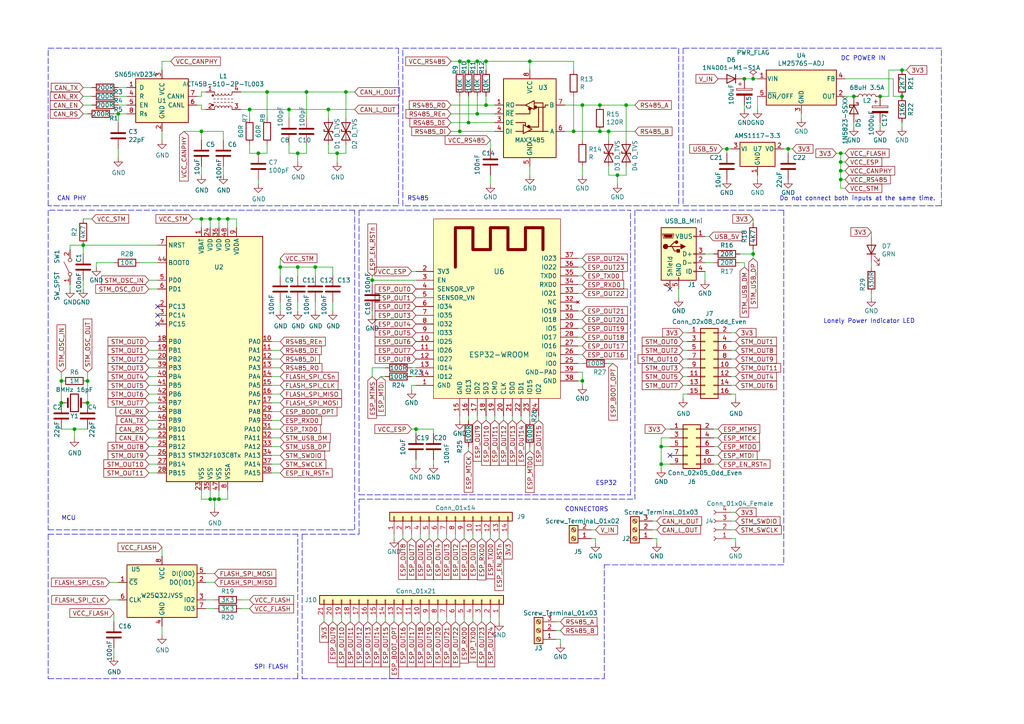
<source format=kicad_sch>
(kicad_sch (version 20210621) (generator eeschema)
  (paper "A4")
  (title_block (title "AUTOLOGGER") (date "2021-09-17") (rev "1") (company "Mustafa Serhat Urtis"))
  (junction (at 179.07 50.8))
  (junction (at 17.78 110.49))
  (junction (at 218.44 73.66))
  (junction (at 243.84 44.45))
  (junction (at 228.6 43.18))
  (junction (at 247.65 27.94))
  (junction (at 88.9 26.67))
  (junction (at 261.62 20.32))
  (junction (at 210.82 43.18))
  (junction (at 261.62 27.94))
  (junction (at 243.84 46.99))
  (junction (at 21.59 124.46))
  (junction (at 58.42 63.5))
  (junction (at 168.91 30.48))
  (junction (at 58.42 38.1))
  (junction (at 24.13 71.12))
  (junction (at 81.28 77.47))
  (junction (at 215.9 22.86))
  (junction (at 91.44 77.47))
  (junction (at 176.53 38.1))
  (junction (at 133.35 38.1))
  (junction (at 243.84 49.53))
  (junction (at 168.91 110.49))
  (junction (at 25.4 116.84))
  (junction (at 86.36 77.47))
  (junction (at 66.04 63.5))
  (junction (at 181.61 30.48))
  (junction (at 135.89 17.78))
  (junction (at 60.96 144.78))
  (junction (at 218.44 22.86))
  (junction (at 255.27 27.94))
  (junction (at 107.95 81.28))
  (junction (at 243.84 52.07))
  (junction (at 74.93 44.45))
  (junction (at 166.37 38.1))
  (junction (at 63.5 63.5))
  (junction (at 140.97 30.48))
  (junction (at 97.79 44.45))
  (junction (at 191.77 134.62))
  (junction (at 173.99 38.1))
  (junction (at 77.47 26.67))
  (junction (at 95.25 31.75))
  (junction (at 25.4 110.49))
  (junction (at 140.97 17.78))
  (junction (at 62.23 144.78))
  (junction (at 86.36 44.45))
  (junction (at 173.99 30.48))
  (junction (at 60.96 63.5))
  (junction (at 72.39 31.75))
  (junction (at 34.29 33.02))
  (junction (at 100.33 26.67))
  (junction (at 133.35 17.78))
  (junction (at 17.78 116.84))
  (junction (at 135.89 35.56))
  (junction (at 153.67 17.78))
  (junction (at 138.43 33.02))
  (junction (at 120.65 124.46))
  (junction (at 191.77 129.54))
  (junction (at 63.5 144.78))
  (junction (at 83.82 31.75))
  (junction (at 138.43 17.78))
  (no_connect (at 194.31 132.08))
  (no_connect (at 45.72 88.9))
  (no_connect (at 45.72 93.98))
  (no_connect (at 45.72 91.44))
  (no_connect (at 194.31 83.82))
  (wire (pts (xy 198.12 115.57) (xy 198.12 114.3)))
  (wire (pts (xy 34.29 168.91) (xy 31.75 168.91)))
  (polyline (pts (xy 227.33 60.96) (xy 184.15 60.96)))
  (wire (pts (xy 95.25 31.75) (xy 102.87 31.75)))
  (wire (pts (xy 107.95 91.44) (xy 107.95 90.17)))
  (wire (pts (xy 78.74 132.08) (xy 81.28 132.08)))
  (wire (pts (xy 255.27 36.83) (xy 255.27 35.56)))
  (wire (pts (xy 97.79 44.45) (xy 100.33 44.45)))
  (wire (pts (xy 88.9 34.29) (xy 88.9 26.67)))
  (polyline (pts (xy 102.87 60.96) (xy 13.97 60.96)))
  (wire (pts (xy 99.06 179.07) (xy 99.06 180.34)))
  (wire (pts (xy 142.24 43.18) (xy 142.24 40.64)))
  (wire (pts (xy 214.63 73.66) (xy 218.44 73.66)))
  (wire (pts (xy 91.44 80.01) (xy 91.44 77.47)))
  (wire (pts (xy 60.96 66.04) (xy 60.96 63.5)))
  (wire (pts (xy 34.29 45.72) (xy 34.29 43.18)))
  (wire (pts (xy 106.68 179.07) (xy 106.68 180.34)))
  (polyline (pts (xy 116.84 13.97) (xy 196.85 13.97)))
  (wire (pts (xy 120.65 109.22) (xy 119.38 109.22)))
  (wire (pts (xy 144.78 179.07) (xy 144.78 180.34)))
  (wire (pts (xy 25.4 33.02) (xy 24.13 33.02)))
  (wire (pts (xy 161.29 180.34) (xy 162.56 180.34)))
  (wire (pts (xy 243.84 46.99) (xy 245.11 46.99)))
  (wire (pts (xy 81.28 77.47) (xy 86.36 77.47)))
  (wire (pts (xy 243.84 49.53) (xy 243.84 46.99)))
  (wire (pts (xy 36.83 25.4) (xy 34.29 25.4)))
  (wire (pts (xy 191.77 129.54) (xy 191.77 127)))
  (wire (pts (xy 135.89 35.56) (xy 143.51 35.56)))
  (wire (pts (xy 144.78 154.94) (xy 144.78 156.21)))
  (wire (pts (xy 127 179.07) (xy 127 180.34)))
  (polyline (pts (xy 102.87 153.67) (xy 102.87 60.96)))
  (wire (pts (xy 199.39 101.6) (xy 198.12 101.6)))
  (wire (pts (xy 36.83 33.02) (xy 34.29 33.02)))
  (wire (pts (xy 218.44 73.66) (xy 218.44 74.93)))
  (wire (pts (xy 210.82 43.18) (xy 210.82 44.45)))
  (wire (pts (xy 207.01 127) (xy 208.28 127)))
  (wire (pts (xy 96.52 179.07) (xy 96.52 180.34)))
  (wire (pts (xy 96.52 77.47) (xy 96.52 80.01)))
  (wire (pts (xy 161.29 182.88) (xy 162.56 182.88)))
  (wire (pts (xy 62.23 147.32) (xy 62.23 144.78)))
  (wire (pts (xy 58.42 48.26) (xy 58.42 50.8)))
  (wire (pts (xy 142.24 154.94) (xy 142.24 156.21)))
  (wire (pts (xy 137.16 179.07) (xy 137.16 180.34)))
  (wire (pts (xy 59.69 166.37) (xy 62.23 166.37)))
  (wire (pts (xy 138.43 17.78) (xy 135.89 17.78)))
  (wire (pts (xy 261.62 27.94) (xy 259.08 27.94)))
  (wire (pts (xy 83.82 34.29) (xy 83.82 31.75)))
  (polyline (pts (xy 13.97 154.94) (xy 13.97 196.85)))
  (wire (pts (xy 91.44 90.17) (xy 91.44 87.63)))
  (wire (pts (xy 163.83 30.48) (xy 168.91 30.48)))
  (wire (pts (xy 72.39 34.29) (xy 72.39 31.75)))
  (wire (pts (xy 142.24 179.07) (xy 142.24 180.34)))
  (wire (pts (xy 59.69 176.53) (xy 62.23 176.53)))
  (wire (pts (xy 33.02 76.2) (xy 27.94 76.2)))
  (wire (pts (xy 78.74 114.3) (xy 81.28 114.3)))
  (wire (pts (xy 120.65 111.76) (xy 119.38 111.76)))
  (wire (pts (xy 212.09 148.59) (xy 213.36 148.59)))
  (wire (pts (xy 58.42 27.94) (xy 58.42 26.67)))
  (wire (pts (xy 66.04 144.78) (xy 66.04 142.24)))
  (wire (pts (xy 215.9 76.2) (xy 215.9 77.47)))
  (wire (pts (xy 189.23 156.21) (xy 190.5 156.21)))
  (wire (pts (xy 204.47 73.66) (xy 207.01 73.66)))
  (wire (pts (xy 127 154.94) (xy 127 156.21)))
  (wire (pts (xy 95.25 34.29) (xy 95.25 31.75)))
  (wire (pts (xy 20.32 71.12) (xy 20.32 72.39)))
  (wire (pts (xy 181.61 50.8) (xy 181.61 48.26)))
  (wire (pts (xy 135.89 35.56) (xy 135.89 27.94)))
  (wire (pts (xy 173.99 30.48) (xy 181.61 30.48)))
  (wire (pts (xy 109.22 179.07) (xy 109.22 180.34)))
  (wire (pts (xy 199.39 104.14) (xy 198.12 104.14)))
  (wire (pts (xy 168.91 85.09) (xy 167.64 85.09)))
  (wire (pts (xy 140.97 30.48) (xy 140.97 27.94)))
  (wire (pts (xy 168.91 90.17) (xy 167.64 90.17)))
  (wire (pts (xy 168.91 100.33) (xy 167.64 100.33)))
  (wire (pts (xy 181.61 40.64) (xy 181.61 30.48)))
  (wire (pts (xy 252.73 68.58) (xy 252.73 67.31)))
  (wire (pts (xy 207.01 129.54) (xy 208.28 129.54)))
  (wire (pts (xy 210.82 43.18) (xy 209.55 43.18)))
  (wire (pts (xy 168.91 92.71) (xy 167.64 92.71)))
  (wire (pts (xy 86.36 77.47) (xy 91.44 77.47)))
  (wire (pts (xy 134.62 154.94) (xy 134.62 156.21)))
  (wire (pts (xy 21.59 127) (xy 21.59 124.46)))
  (wire (pts (xy 219.71 52.07) (xy 219.71 50.8)))
  (wire (pts (xy 45.72 106.68) (xy 43.18 106.68)))
  (wire (pts (xy 45.72 114.3) (xy 43.18 114.3)))
  (wire (pts (xy 83.82 31.75) (xy 95.25 31.75)))
  (wire (pts (xy 100.33 34.29) (xy 100.33 26.67)))
  (wire (pts (xy 107.95 82.55) (xy 107.95 81.28)))
  (wire (pts (xy 243.84 52.07) (xy 243.84 49.53)))
  (polyline (pts (xy 87.63 154.94) (xy 87.63 196.85)))
  (wire (pts (xy 68.58 63.5) (xy 68.58 66.04)))
  (wire (pts (xy 133.35 17.78) (xy 133.35 20.32)))
  (wire (pts (xy 181.61 30.48) (xy 184.15 30.48)))
  (wire (pts (xy 77.47 26.67) (xy 88.9 26.67)))
  (wire (pts (xy 69.85 26.67) (xy 77.47 26.67)))
  (wire (pts (xy 78.74 116.84) (xy 81.28 116.84)))
  (polyline (pts (xy 198.12 59.69) (xy 273.05 59.69)))
  (wire (pts (xy 17.78 110.49) (xy 17.78 107.95)))
  (wire (pts (xy 25.4 110.49) (xy 25.4 107.95)))
  (wire (pts (xy 86.36 44.45) (xy 88.9 44.45)))
  (wire (pts (xy 27.94 76.2) (xy 27.94 77.47)))
  (wire (pts (xy 46.99 38.1) (xy 46.99 40.64)))
  (wire (pts (xy 135.89 130.81) (xy 135.89 129.54)))
  (wire (pts (xy 172.72 157.48) (xy 172.72 156.21)))
  (wire (pts (xy 81.28 90.17) (xy 81.28 87.63)))
  (wire (pts (xy 58.42 38.1) (xy 58.42 40.64)))
  (wire (pts (xy 218.44 22.86) (xy 215.9 22.86)))
  (wire (pts (xy 176.53 38.1) (xy 184.15 38.1)))
  (wire (pts (xy 45.72 134.62) (xy 43.18 134.62)))
  (wire (pts (xy 45.72 129.54) (xy 43.18 129.54)))
  (wire (pts (xy 60.96 142.24) (xy 60.96 144.78)))
  (wire (pts (xy 81.28 137.16) (xy 78.74 137.16)))
  (wire (pts (xy 116.84 154.94) (xy 116.84 156.21)))
  (wire (pts (xy 77.47 44.45) (xy 77.47 41.91)))
  (wire (pts (xy 36.83 27.94) (xy 34.29 27.94)))
  (wire (pts (xy 135.89 121.92) (xy 135.89 120.65)))
  (wire (pts (xy 166.37 17.78) (xy 153.67 17.78)))
  (polyline (pts (xy 87.63 154.94) (xy 104.14 154.94)))
  (wire (pts (xy 133.35 38.1) (xy 133.35 27.94)))
  (wire (pts (xy 26.67 30.48) (xy 24.13 30.48)))
  (wire (pts (xy 171.45 153.67) (xy 172.72 153.67)))
  (wire (pts (xy 119.38 106.68) (xy 120.65 106.68)))
  (polyline (pts (xy 13.97 60.96) (xy 13.97 153.67)))
  (wire (pts (xy 191.77 127) (xy 194.31 127)))
  (wire (pts (xy 81.28 80.01) (xy 81.28 77.47)))
  (wire (pts (xy 45.72 137.16) (xy 43.18 137.16)))
  (polyline (pts (xy 182.88 143.51) (xy 182.88 60.96)))
  (wire (pts (xy 60.96 144.78) (xy 62.23 144.78)))
  (wire (pts (xy 74.93 53.34) (xy 74.93 52.07)))
  (polyline (pts (xy 104.14 60.96) (xy 104.14 143.51)))
  (wire (pts (xy 143.51 121.92) (xy 143.51 120.65)))
  (wire (pts (xy 142.24 53.34) (xy 142.24 50.8)))
  (wire (pts (xy 167.64 80.01) (xy 168.91 80.01)))
  (wire (pts (xy 74.93 44.45) (xy 77.47 44.45)))
  (wire (pts (xy 168.91 107.95) (xy 168.91 110.49)))
  (wire (pts (xy 110.49 109.22) (xy 111.76 109.22)))
  (wire (pts (xy 257.81 20.32) (xy 257.81 27.94)))
  (polyline (pts (xy 104.14 60.96) (xy 182.88 60.96)))
  (wire (pts (xy 93.98 179.07) (xy 93.98 180.34)))
  (wire (pts (xy 199.39 99.06) (xy 198.12 99.06)))
  (wire (pts (xy 125.73 133.35) (xy 125.73 134.62)))
  (wire (pts (xy 148.59 121.92) (xy 148.59 120.65)))
  (wire (pts (xy 59.69 168.91) (xy 62.23 168.91)))
  (wire (pts (xy 243.84 44.45) (xy 245.11 44.45)))
  (wire (pts (xy 24.13 63.5) (xy 26.67 63.5)))
  (wire (pts (xy 45.72 121.92) (xy 43.18 121.92)))
  (wire (pts (xy 63.5 142.24) (xy 63.5 144.78)))
  (wire (pts (xy 139.7 154.94) (xy 139.7 156.21)))
  (wire (pts (xy 252.73 77.47) (xy 252.73 76.2)))
  (wire (pts (xy 153.67 20.32) (xy 153.67 17.78)))
  (wire (pts (xy 191.77 129.54) (xy 194.31 129.54)))
  (wire (pts (xy 207.01 132.08) (xy 208.28 132.08)))
  (wire (pts (xy 78.74 119.38) (xy 81.28 119.38)))
  (wire (pts (xy 140.97 17.78) (xy 153.67 17.78)))
  (wire (pts (xy 78.74 106.68) (xy 81.28 106.68)))
  (wire (pts (xy 107.95 81.28) (xy 107.95 80.01)))
  (wire (pts (xy 57.15 27.94) (xy 58.42 27.94)))
  (wire (pts (xy 57.15 30.48) (xy 58.42 30.48)))
  (polyline (pts (xy 104.14 144.78) (xy 184.15 144.78)))
  (polyline (pts (xy 198.12 13.97) (xy 198.12 59.69)))
  (wire (pts (xy 163.83 38.1) (xy 166.37 38.1)))
  (wire (pts (xy 107.95 106.68) (xy 111.76 106.68)))
  (wire (pts (xy 88.9 26.67) (xy 100.33 26.67)))
  (wire (pts (xy 45.72 99.06) (xy 43.18 99.06)))
  (wire (pts (xy 119.38 154.94) (xy 119.38 156.21)))
  (wire (pts (xy 63.5 63.5) (xy 66.04 63.5)))
  (wire (pts (xy 190.5 151.13) (xy 189.23 151.13)))
  (wire (pts (xy 86.36 90.17) (xy 86.36 87.63)))
  (wire (pts (xy 213.36 96.52) (xy 212.09 96.52)))
  (wire (pts (xy 33.02 180.34) (xy 33.02 177.8)))
  (wire (pts (xy 120.65 81.28) (xy 107.95 81.28)))
  (wire (pts (xy 176.53 48.26) (xy 176.53 50.8)))
  (wire (pts (xy 138.43 33.02) (xy 130.81 33.02)))
  (wire (pts (xy 151.13 121.92) (xy 151.13 120.65)))
  (wire (pts (xy 133.35 38.1) (xy 130.81 38.1)))
  (polyline (pts (xy 104.14 154.94) (xy 104.14 144.78)))
  (wire (pts (xy 243.84 54.61) (xy 243.84 52.07)))
  (wire (pts (xy 199.39 111.76) (xy 198.12 111.76)))
  (wire (pts (xy 138.43 33.02) (xy 143.51 33.02)))
  (wire (pts (xy 140.97 121.92) (xy 140.97 120.65)))
  (wire (pts (xy 219.71 22.86) (xy 218.44 22.86)))
  (wire (pts (xy 140.97 20.32) (xy 140.97 17.78)))
  (wire (pts (xy 119.38 111.76) (xy 119.38 113.03)))
  (wire (pts (xy 81.28 109.22) (xy 78.74 109.22)))
  (wire (pts (xy 207.01 124.46) (xy 208.28 124.46)))
  (wire (pts (xy 78.74 104.14) (xy 81.28 104.14)))
  (wire (pts (xy 147.32 156.21) (xy 147.32 154.94)))
  (wire (pts (xy 259.08 27.94) (xy 259.08 22.86)))
  (wire (pts (xy 45.72 132.08) (xy 43.18 132.08)))
  (wire (pts (xy 63.5 66.04) (xy 63.5 63.5)))
  (wire (pts (xy 167.64 107.95) (xy 168.91 107.95)))
  (wire (pts (xy 162.56 185.42) (xy 162.56 186.69)))
  (wire (pts (xy 114.3 179.07) (xy 114.3 180.34)))
  (polyline (pts (xy 273.05 59.69) (xy 273.05 13.97)))
  (wire (pts (xy 58.42 142.24) (xy 58.42 144.78)))
  (wire (pts (xy 255.27 27.94) (xy 257.81 27.94)))
  (wire (pts (xy 168.91 95.25) (xy 167.64 95.25)))
  (wire (pts (xy 119.38 124.46) (xy 120.65 124.46)))
  (wire (pts (xy 129.54 179.07) (xy 129.54 180.34)))
  (wire (pts (xy 191.77 129.54) (xy 191.77 134.62)))
  (wire (pts (xy 212.09 106.68) (xy 213.36 106.68)))
  (wire (pts (xy 45.72 104.14) (xy 43.18 104.14)))
  (wire (pts (xy 204.47 78.74) (xy 204.47 81.28)))
  (wire (pts (xy 86.36 46.99) (xy 86.36 44.45)))
  (polyline (pts (xy 227.33 60.96) (xy 227.33 163.83)))
  (wire (pts (xy 243.84 52.07) (xy 245.11 52.07)))
  (wire (pts (xy 212.09 114.3) (xy 213.36 114.3)))
  (wire (pts (xy 204.47 68.58) (xy 205.74 68.58)))
  (wire (pts (xy 43.18 124.46) (xy 45.72 124.46)))
  (wire (pts (xy 228.6 44.45) (xy 228.6 43.18)))
  (wire (pts (xy 69.85 31.75) (xy 72.39 31.75)))
  (wire (pts (xy 116.84 179.07) (xy 116.84 180.34)))
  (wire (pts (xy 168.91 102.87) (xy 167.64 102.87)))
  (wire (pts (xy 168.91 105.41) (xy 167.64 105.41)))
  (wire (pts (xy 121.92 154.94) (xy 121.92 156.21)))
  (wire (pts (xy 168.91 97.79) (xy 167.64 97.79)))
  (wire (pts (xy 140.97 17.78) (xy 138.43 17.78)))
  (wire (pts (xy 218.44 64.77) (xy 218.44 63.5)))
  (wire (pts (xy 120.65 78.74) (xy 119.38 78.74)))
  (wire (pts (xy 213.36 115.57) (xy 213.36 114.3)))
  (wire (pts (xy 45.72 81.28) (xy 43.18 81.28)))
  (wire (pts (xy 58.42 63.5) (xy 60.96 63.5)))
  (wire (pts (xy 214.63 76.2) (xy 215.9 76.2)))
  (wire (pts (xy 261.62 20.32) (xy 257.81 20.32)))
  (wire (pts (xy 81.28 77.47) (xy 81.28 74.93)))
  (wire (pts (xy 49.53 17.78) (xy 46.99 17.78)))
  (wire (pts (xy 58.42 144.78) (xy 60.96 144.78)))
  (wire (pts (xy 199.39 114.3) (xy 198.12 114.3)))
  (polyline (pts (xy 175.26 196.85) (xy 175.26 163.83)))
  (wire (pts (xy 34.29 35.56) (xy 34.29 33.02)))
  (wire (pts (xy 247.65 36.83) (xy 247.65 35.56)))
  (wire (pts (xy 69.85 176.53) (xy 72.39 176.53)))
  (wire (pts (xy 125.73 124.46) (xy 125.73 125.73)))
  (wire (pts (xy 72.39 44.45) (xy 74.93 44.45)))
  (wire (pts (xy 199.39 109.22) (xy 198.12 109.22)))
  (wire (pts (xy 78.74 129.54) (xy 81.28 129.54)))
  (wire (pts (xy 207.01 134.62) (xy 208.28 134.62)))
  (wire (pts (xy 194.31 124.46) (xy 193.04 124.46)))
  (wire (pts (xy 218.44 73.66) (xy 218.44 72.39)))
  (wire (pts (xy 24.13 83.82) (xy 24.13 81.28)))
  (polyline (pts (xy 175.26 163.83) (xy 227.33 163.83)))
  (wire (pts (xy 177.8 105.41) (xy 176.53 105.41)))
  (polyline (pts (xy 273.05 13.97) (xy 198.12 13.97)))
  (polyline (pts (xy 13.97 59.69) (xy 13.97 13.97)))
  (wire (pts (xy 120.65 134.62) (xy 120.65 133.35)))
  (wire (pts (xy 97.79 46.99) (xy 97.79 44.45)))
  (wire (pts (xy 212.09 43.18) (xy 210.82 43.18)))
  (wire (pts (xy 120.65 124.46) (xy 125.73 124.46)))
  (wire (pts (xy 133.35 38.1) (xy 143.51 38.1)))
  (wire (pts (xy 168.91 40.64) (xy 168.91 30.48)))
  (wire (pts (xy 17.78 116.84) (xy 17.78 110.49)))
  (wire (pts (xy 161.29 185.42) (xy 162.56 185.42)))
  (wire (pts (xy 107.95 106.68) (xy 107.95 109.22)))
  (wire (pts (xy 215.9 31.75) (xy 215.9 30.48)))
  (wire (pts (xy 196.85 86.36) (xy 196.85 83.82)))
  (polyline (pts (xy 196.85 13.97) (xy 196.85 59.69)))
  (wire (pts (xy 77.47 34.29) (xy 77.47 26.67)))
  (wire (pts (xy 124.46 179.07) (xy 124.46 180.34)))
  (wire (pts (xy 58.42 66.04) (xy 58.42 63.5)))
  (wire (pts (xy 146.05 121.92) (xy 146.05 120.65)))
  (wire (pts (xy 43.18 127) (xy 45.72 127)))
  (wire (pts (xy 58.42 38.1) (xy 64.77 38.1)))
  (wire (pts (xy 168.91 74.93) (xy 167.64 74.93)))
  (wire (pts (xy 252.73 86.36) (xy 252.73 85.09)))
  (wire (pts (xy 213.36 157.48) (xy 213.36 156.21)))
  (wire (pts (xy 78.74 101.6) (xy 81.28 101.6)))
  (wire (pts (xy 167.64 110.49) (xy 168.91 110.49)))
  (wire (pts (xy 111.76 179.07) (xy 111.76 180.34)))
  (wire (pts (xy 95.25 44.45) (xy 97.79 44.45)))
  (wire (pts (xy 59.69 173.99) (xy 62.23 173.99)))
  (polyline (pts (xy 184.15 60.96) (xy 184.15 144.78)))
  (polyline (pts (xy 13.97 154.94) (xy 86.36 154.94)))
  (wire (pts (xy 24.13 71.12) (xy 45.72 71.12)))
  (wire (pts (xy 24.13 71.12) (xy 20.32 71.12)))
  (wire (pts (xy 45.72 101.6) (xy 43.18 101.6)))
  (wire (pts (xy 168.91 110.49) (xy 168.91 111.76)))
  (wire (pts (xy 189.23 153.67) (xy 190.5 153.67)))
  (wire (pts (xy 78.74 127) (xy 81.28 127)))
  (wire (pts (xy 88.9 44.45) (xy 88.9 41.91)))
  (wire (pts (xy 212.09 101.6) (xy 213.36 101.6)))
  (wire (pts (xy 261.62 20.32) (xy 262.89 20.32)))
  (wire (pts (xy 66.04 63.5) (xy 68.58 63.5)))
  (wire (pts (xy 140.97 30.48) (xy 130.81 30.48)))
  (wire (pts (xy 227.33 43.18) (xy 228.6 43.18)))
  (wire (pts (xy 166.37 38.1) (xy 173.99 38.1)))
  (wire (pts (xy 245.11 27.94) (xy 247.65 27.94)))
  (wire (pts (xy 191.77 134.62) (xy 194.31 134.62)))
  (wire (pts (xy 135.89 17.78) (xy 133.35 17.78)))
  (wire (pts (xy 100.33 44.45) (xy 100.33 41.91)))
  (wire (pts (xy 143.51 30.48) (xy 140.97 30.48)))
  (wire (pts (xy 120.65 124.46) (xy 120.65 125.73)))
  (wire (pts (xy 26.67 27.94) (xy 24.13 27.94)))
  (wire (pts (xy 46.99 17.78) (xy 46.99 20.32)))
  (wire (pts (xy 101.6 179.07) (xy 101.6 180.34)))
  (wire (pts (xy 212.09 99.06) (xy 213.36 99.06)))
  (wire (pts (xy 179.07 50.8) (xy 181.61 50.8)))
  (wire (pts (xy 167.64 82.55) (xy 168.91 82.55)))
  (wire (pts (xy 58.42 31.75) (xy 59.69 31.75)))
  (wire (pts (xy 21.59 124.46) (xy 25.4 124.46)))
  (wire (pts (xy 166.37 20.32) (xy 166.37 17.78)))
  (wire (pts (xy 133.35 121.92) (xy 133.35 120.65)))
  (wire (pts (xy 78.74 111.76) (xy 81.28 111.76)))
  (wire (pts (xy 168.91 50.8) (xy 168.91 48.26)))
  (wire (pts (xy 119.38 179.07) (xy 119.38 180.34)))
  (wire (pts (xy 168.91 77.47) (xy 167.64 77.47)))
  (wire (pts (xy 78.74 121.92) (xy 81.28 121.92)))
  (wire (pts (xy 62.23 144.78) (xy 63.5 144.78)))
  (wire (pts (xy 58.42 63.5) (xy 55.88 63.5)))
  (wire (pts (xy 124.46 154.94) (xy 124.46 156.21)))
  (polyline (pts (xy 116.84 59.69) (xy 116.84 13.97)))
  (wire (pts (xy 53.34 38.1) (xy 58.42 38.1)))
  (wire (pts (xy 45.72 116.84) (xy 43.18 116.84)))
  (wire (pts (xy 132.08 179.07) (xy 132.08 180.34)))
  (wire (pts (xy 45.72 109.22) (xy 43.18 109.22)))
  (polyline (pts (xy 196.85 59.69) (xy 116.84 59.69)))
  (wire (pts (xy 40.64 76.2) (xy 45.72 76.2)))
  (polyline (pts (xy 13.97 13.97) (xy 115.57 13.97)))
  (wire (pts (xy 212.09 104.14) (xy 213.36 104.14)))
  (wire (pts (xy 83.82 44.45) (xy 86.36 44.45)))
  (wire (pts (xy 139.7 179.07) (xy 139.7 180.34)))
  (wire (pts (xy 64.77 48.26) (xy 64.77 50.8)))
  (wire (pts (xy 133.35 17.78) (xy 130.81 17.78)))
  (polyline (pts (xy 13.97 153.67) (xy 102.87 153.67)))
  (wire (pts (xy 204.47 76.2) (xy 207.01 76.2)))
  (wire (pts (xy 17.78 124.46) (xy 21.59 124.46)))
  (wire (pts (xy 58.42 26.67) (xy 59.69 26.67)))
  (wire (pts (xy 95.25 41.91) (xy 95.25 44.45)))
  (wire (pts (xy 153.67 121.92) (xy 153.67 120.65)))
  (wire (pts (xy 243.84 46.99) (xy 243.84 44.45)))
  (wire (pts (xy 228.6 43.18) (xy 229.87 43.18)))
  (wire (pts (xy 24.13 71.12) (xy 24.13 73.66)))
  (wire (pts (xy 138.43 33.02) (xy 138.43 27.94)))
  (wire (pts (xy 20.32 82.55) (xy 20.32 83.82)))
  (wire (pts (xy 212.09 109.22) (xy 213.36 109.22)))
  (wire (pts (xy 45.72 83.82) (xy 43.18 83.82)))
  (wire (pts (xy 26.67 25.4) (xy 24.13 25.4)))
  (wire (pts (xy 64.77 38.1) (xy 64.77 40.64)))
  (wire (pts (xy 63.5 144.78) (xy 66.04 144.78)))
  (wire (pts (xy 45.72 119.38) (xy 43.18 119.38)))
  (wire (pts (xy 25.4 116.84) (xy 25.4 110.49)))
  (wire (pts (xy 78.74 99.06) (xy 81.28 99.06)))
  (wire (pts (xy 173.99 38.1) (xy 176.53 38.1)))
  (wire (pts (xy 191.77 134.62) (xy 191.77 135.89)))
  (wire (pts (xy 36.83 30.48) (xy 34.29 30.48)))
  (wire (pts (xy 176.53 40.64) (xy 176.53 38.1)))
  (wire (pts (xy 60.96 63.5) (xy 63.5 63.5)))
  (wire (pts (xy 78.74 134.62) (xy 81.28 134.62)))
  (wire (pts (xy 96.52 90.17) (xy 96.52 87.63)))
  (wire (pts (xy 91.44 77.47) (xy 96.52 77.47)))
  (wire (pts (xy 45.72 111.76) (xy 43.18 111.76)))
  (wire (pts (xy 114.3 154.94) (xy 114.3 156.21)))
  (wire (pts (xy 135.89 35.56) (xy 130.81 35.56)))
  (polyline (pts (xy 115.57 59.69) (xy 13.97 59.69)))
  (wire (pts (xy 261.62 36.83) (xy 261.62 35.56)))
  (wire (pts (xy 104.14 179.07) (xy 104.14 180.34)))
  (wire (pts (xy 83.82 41.91) (xy 83.82 44.45)))
  (wire (pts (xy 58.42 30.48) (xy 58.42 31.75)))
  (wire (pts (xy 243.84 54.61) (xy 245.11 54.61)))
  (wire (pts (xy 212.09 156.21) (xy 213.36 156.21)))
  (wire (pts (xy 138.43 20.32) (xy 138.43 17.78)))
  (wire (pts (xy 171.45 156.21) (xy 172.72 156.21)))
  (wire (pts (xy 166.37 27.94) (xy 166.37 38.1)))
  (wire (pts (xy 179.07 53.34) (xy 179.07 50.8)))
  (wire (pts (xy 212.09 153.67) (xy 213.36 153.67)))
  (wire (pts (xy 135.89 20.32) (xy 135.89 17.78)))
  (wire (pts (xy 153.67 130.81) (xy 153.67 129.54)))
  (wire (pts (xy 72.39 31.75) (xy 83.82 31.75)))
  (wire (pts (xy 219.71 31.75) (xy 219.71 27.94)))
  (wire (pts (xy 212.09 151.13) (xy 213.36 151.13)))
  (wire (pts (xy 232.41 34.29) (xy 232.41 33.02)))
  (wire (pts (xy 69.85 173.99) (xy 72.39 173.99)))
  (wire (pts (xy 243.84 49.53) (xy 245.11 49.53)))
  (wire (pts (xy 156.21 121.92) (xy 156.21 120.65)))
  (wire (pts (xy 259.08 22.86) (xy 245.11 22.86)))
  (wire (pts (xy 34.29 173.99) (xy 31.75 173.99)))
  (wire (pts (xy 153.67 48.26) (xy 153.67 50.8)))
  (wire (pts (xy 168.91 30.48) (xy 173.99 30.48)))
  (wire (pts (xy 129.54 154.94) (xy 129.54 156.21)))
  (wire (pts (xy 121.92 179.07) (xy 121.92 180.34)))
  (wire (pts (xy 132.08 154.94) (xy 132.08 156.21)))
  (wire (pts (xy 66.04 66.04) (xy 66.04 63.5)))
  (polyline (pts (xy 86.36 196.85) (xy 86.36 154.94)))
  (wire (pts (xy 78.74 124.46) (xy 81.28 124.46)))
  (wire (pts (xy 137.16 154.94) (xy 137.16 156.21)))
  (wire (pts (xy 46.99 181.61) (xy 46.99 184.15)))
  (wire (pts (xy 134.62 179.07) (xy 134.62 180.34)))
  (wire (pts (xy 242.57 44.45) (xy 243.84 44.45)))
  (wire (pts (xy 46.99 161.29) (xy 46.99 158.75)))
  (wire (pts (xy 176.53 50.8) (xy 179.07 50.8)))
  (wire (pts (xy 33.02 190.5) (xy 33.02 187.96)))
  (polyline (pts (xy 115.57 13.97) (xy 115.57 59.69)))
  (wire (pts (xy 190.5 156.21) (xy 190.5 157.48)))
  (wire (pts (xy 86.36 80.01) (xy 86.36 77.47)))
  (polyline (pts (xy 104.14 143.51) (xy 182.88 143.51)))
  (wire (pts (xy 34.29 33.02) (xy 33.02 33.02)))
  (wire (pts (xy 138.43 121.92) (xy 138.43 120.65)))
  (polyline (pts (xy 87.63 196.85) (xy 175.26 196.85)))
  (wire (pts (xy 199.39 96.52) (xy 198.12 96.52)))
  (wire (pts (xy 199.39 106.68) (xy 198.12 106.68)))
  (polyline (pts (xy 13.97 196.85) (xy 86.36 196.85)))
  (wire (pts (xy 212.09 111.76) (xy 213.36 111.76)))
  (wire (pts (xy 100.33 26.67) (xy 102.87 26.67)))
  (wire (pts (xy 72.39 41.91) (xy 72.39 44.45)))
  (text "DC POWER IN" (at 243.84 17.78 0) (effects (font (size 1.27 1.27)) (justify left bottom)))
  (text "CAN PHY" (at 16.51 58.42 0) (effects (font (size 1.27 1.27)) (justify left bottom)))
  (text "SPI FLASH" (at 73.66 194.31 0) (effects (font (size 1.27 1.27)) (justify left bottom)))
  (text "MCU" (at 17.78 151.13 0) (effects (font (size 1.27 1.27)) (justify left bottom)))
  (text "RS485" (at 118.11 58.42 0) (effects (font (size 1.27 1.27)) (justify left bottom)))
  (text "Do not connect both inputs at the same time." (at 226.06 58.42 0) (effects (font (size 1.27 1.27)) (justify left bottom)))
  (text "ESP32" (at 172.72 140.97 0) (effects (font (size 1.27 1.27)) (justify left bottom)))
  (text "Lonely Power Indicator LED" (at 238.76 93.98 0) (effects (font (size 1.27 1.27)) (justify left bottom)))
  (text "CONNECTORS" (at 163.83 148.59 0) (effects (font (size 1.27 1.27)) (justify left bottom)))
  (global_label "ESP_OUT16" (shape input) (at 116.84 180.34 270) (property "Intersheet References" "${INTERSHEET_REFS}" (effects hide)))
  (global_label "CAN_TX" (shape input) (at 43.18 121.92 180) (property "Intersheet References" "${INTERSHEET_REFS}" (effects hide)))
  (global_label "RS485_DE" (shape input) (at 81.28 101.6 0) (property "Intersheet References" "${INTERSHEET_REFS}" (effects hide)))
  (global_label "CAN_L_OUT" (shape input) (at 190.5 153.67 0) (property "Intersheet References" "${INTERSHEET_REFS}" (effects hide)))
  (global_label "ESP_OUT13" (shape input) (at 148.59 121.92 270) (property "Intersheet References" "${INTERSHEET_REFS}" (effects hide)))
  (global_label "RS485_B" (shape input) (at 162.56 182.88 0) (property "Intersheet References" "${INTERSHEET_REFS}" (effects hide)))
  (global_label "ESP_OUT22" (shape input) (at 132.08 180.34 270) (property "Intersheet References" "${INTERSHEET_REFS}" (effects hide)))
  (global_label "ESP_RXD0" (shape input) (at 139.7 156.21 270) (property "Intersheet References" "${INTERSHEET_REFS}" (effects hide)))
  (global_label "ESP_RXD0" (shape input) (at 168.91 82.55 0) (property "Intersheet References" "${INTERSHEET_REFS}" (effects hide)))
  (global_label "RS485_DI" (shape input) (at 130.81 38.1 180) (property "Intersheet References" "${INTERSHEET_REFS}" (effects hide)))
  (global_label "ESP_OUT1" (shape input) (at 134.62 156.21 270) (property "Intersheet References" "${INTERSHEET_REFS}" (effects hide)))
  (global_label "CAN_TX" (shape input) (at 24.13 25.4 180) (property "Intersheet References" "${INTERSHEET_REFS}" (effects hide)))
  (global_label "ESP_MTMS" (shape input) (at 107.95 109.22 270) (property "Intersheet References" "${INTERSHEET_REFS}" (effects hide)))
  (global_label "3V3" (shape input) (at 218.44 63.5 180) (property "Intersheet References" "${INTERSHEET_REFS}" (effects hide)))
  (global_label "VCC_RS485" (shape input) (at 130.81 17.78 180) (property "Intersheet References" "${INTERSHEET_REFS}" (effects hide)))
  (global_label "STM_OUT0" (shape input) (at 43.18 99.06 180) (property "Intersheet References" "${INTERSHEET_REFS}" (effects hide)))
  (global_label "ESP_OUT21" (shape input) (at 129.54 180.34 270) (property "Intersheet References" "${INTERSHEET_REFS}" (effects hide)))
  (global_label "ESP_MTCK" (shape input) (at 135.89 130.81 270) (property "Intersheet References" "${INTERSHEET_REFS}" (effects hide)))
  (global_label "VCC_CANPHY" (shape input) (at 245.11 49.53 0) (property "Intersheet References" "${INTERSHEET_REFS}" (effects hide)))
  (global_label "FLASH_SPI_CLK" (shape input) (at 31.75 173.99 180) (property "Intersheet References" "${INTERSHEET_REFS}" (effects hide)))
  (global_label "STM_SWCLK" (shape input) (at 213.36 153.67 0) (property "Intersheet References" "${INTERSHEET_REFS}" (effects hide)))
  (global_label "ESP_OUT3" (shape input) (at 120.65 91.44 180) (property "Intersheet References" "${INTERSHEET_REFS}" (effects hide)))
  (global_label "STM_OUT7" (shape input) (at 198.12 111.76 180) (property "Intersheet References" "${INTERSHEET_REFS}" (effects hide)))
  (global_label "ESP_OUT7" (shape input) (at 120.65 101.6 180) (property "Intersheet References" "${INTERSHEET_REFS}" (effects hide)))
  (global_label "RS485_REn" (shape input) (at 130.81 33.02 180) (property "Intersheet References" "${INTERSHEET_REFS}" (effects hide)))
  (global_label "CAN_RX" (shape input) (at 24.13 27.94 180) (property "Intersheet References" "${INTERSHEET_REFS}" (effects hide)))
  (global_label "V_IN" (shape input) (at 208.28 22.86 180) (property "Intersheet References" "${INTERSHEET_REFS}" (effects hide)))
  (global_label "3V3" (shape input) (at 213.36 96.52 0) (property "Intersheet References" "${INTERSHEET_REFS}" (effects hide)))
  (global_label "USB_5V" (shape input) (at 205.74 68.58 0) (property "Intersheet References" "${INTERSHEET_REFS}" (effects hide)))
  (global_label "ESP_MTDI" (shape input) (at 208.28 132.08 0) (property "Intersheet References" "${INTERSHEET_REFS}" (effects hide)))
  (global_label "ESP_OUT6" (shape input) (at 121.92 156.21 270) (property "Intersheet References" "${INTERSHEET_REFS}" (effects hide)))
  (global_label "STM_USB_DM" (shape input) (at 81.28 127 0) (property "Intersheet References" "${INTERSHEET_REFS}" (effects hide)))
  (global_label "ESP_MTCK" (shape input) (at 208.28 127 0) (property "Intersheet References" "${INTERSHEET_REFS}" (effects hide)))
  (global_label "VCC_RS485" (shape input) (at 142.24 40.64 180) (property "Intersheet References" "${INTERSHEET_REFS}" (effects hide)))
  (global_label "RS485_A" (shape input) (at 184.15 30.48 0) (property "Intersheet References" "${INTERSHEET_REFS}" (effects hide)))
  (global_label "CAN_EN" (shape input) (at 24.13 30.48 180) (property "Intersheet References" "${INTERSHEET_REFS}" (effects hide)))
  (global_label "VCC_STM" (shape input) (at 245.11 54.61 0) (property "Intersheet References" "${INTERSHEET_REFS}" (effects hide)))
  (global_label "STM_SWDIO" (shape input) (at 213.36 151.13 0) (property "Intersheet References" "${INTERSHEET_REFS}" (effects hide)))
  (global_label "FLASH_SPI_MOSI" (shape input) (at 81.28 116.84 0) (property "Intersheet References" "${INTERSHEET_REFS}" (effects hide)))
  (global_label "CAN_H_OUT" (shape input) (at 102.87 26.67 0) (property "Intersheet References" "${INTERSHEET_REFS}" (effects hide)))
  (global_label "ESP_TXD0" (shape input) (at 168.91 80.01 0) (property "Intersheet References" "${INTERSHEET_REFS}" (effects hide)))
  (global_label "ESP_OUT15" (shape input) (at 111.76 180.34 270) (property "Intersheet References" "${INTERSHEET_REFS}" (effects hide)))
  (global_label "STM_OUT2" (shape input) (at 43.18 104.14 180) (property "Intersheet References" "${INTERSHEET_REFS}" (effects hide)))
  (global_label "3V3" (shape input) (at 193.04 124.46 180) (property "Intersheet References" "${INTERSHEET_REFS}" (effects hide)))
  (global_label "STM_USB_DM" (shape input) (at 215.9 77.47 270) (property "Intersheet References" "${INTERSHEET_REFS}" (effects hide)))
  (global_label "STM_OUT11" (shape input) (at 43.18 137.16 180) (property "Intersheet References" "${INTERSHEET_REFS}" (effects hide)))
  (global_label "FLASH_SPI_MISO" (shape input) (at 62.23 168.91 0) (property "Intersheet References" "${INTERSHEET_REFS}" (effects hide)))
  (global_label "ESP_OUT14" (shape input) (at 109.22 180.34 270) (property "Intersheet References" "${INTERSHEET_REFS}" (effects hide)))
  (global_label "RS485_B" (shape input) (at 184.15 38.1 0) (property "Intersheet References" "${INTERSHEET_REFS}" (effects hide)))
  (global_label "STM_OSC_IN" (shape input) (at 43.18 81.28 180) (property "Intersheet References" "${INTERSHEET_REFS}" (effects hide)))
  (global_label "CAN_H_OUT" (shape input) (at 190.5 151.13 0) (property "Intersheet References" "${INTERSHEET_REFS}" (effects hide)))
  (global_label "ESP_OUT21" (shape input) (at 168.91 90.17 0) (property "Intersheet References" "${INTERSHEET_REFS}" (effects hide)))
  (global_label "ESP_OUT12" (shape input) (at 146.05 121.92 270) (property "Intersheet References" "${INTERSHEET_REFS}" (effects hide)))
  (global_label "ESP_BOOT_OPT" (shape input) (at 177.8 105.41 270) (property "Intersheet References" "${INTERSHEET_REFS}" (effects hide)))
  (global_label "VCC_CANPHY" (shape input) (at 49.53 17.78 0) (property "Intersheet References" "${INTERSHEET_REFS}" (effects hide)))
  (global_label "ESP_OUT10" (shape input) (at 99.06 180.34 270) (property "Intersheet References" "${INTERSHEET_REFS}" (effects hide)))
  (global_label "ESP_EN_RSTn" (shape input) (at 208.28 134.62 0) (property "Intersheet References" "${INTERSHEET_REFS}" (effects hide)))
  (global_label "ESP_BOOT_OPT" (shape input) (at 81.28 119.38 0) (property "Intersheet References" "${INTERSHEET_REFS}" (effects hide)))
  (global_label "VCC_ESP" (shape input) (at 119.38 124.46 180) (property "Intersheet References" "${INTERSHEET_REFS}" (effects hide)))
  (global_label "3V3" (shape input) (at 252.73 67.31 180) (property "Intersheet References" "${INTERSHEET_REFS}" (effects hide)))
  (global_label "ESP_OUT23" (shape input) (at 139.7 180.34 270) (property "Intersheet References" "${INTERSHEET_REFS}" (effects hide)))
  (global_label "CAN_RS" (shape input) (at 43.18 124.46 180) (property "Intersheet References" "${INTERSHEET_REFS}" (effects hide)))
  (global_label "STM_OUT6" (shape input) (at 43.18 114.3 180) (property "Intersheet References" "${INTERSHEET_REFS}" (effects hide)))
  (global_label "V_IN" (shape input) (at 172.72 153.67 0) (property "Intersheet References" "${INTERSHEET_REFS}" (effects hide)))
  (global_label "ESP_TXD0" (shape input) (at 142.24 156.21 270) (property "Intersheet References" "${INTERSHEET_REFS}" (effects hide)))
  (global_label "ESP_OUT13" (shape input) (at 106.68 180.34 270) (property "Intersheet References" "${INTERSHEET_REFS}" (effects hide)))
  (global_label "ESP_EN_RSTn" (shape input) (at 81.28 137.16 0) (property "Intersheet References" "${INTERSHEET_REFS}" (effects hide)))
  (global_label "ESP_OUT19" (shape input) (at 124.46 180.34 270) (property "Intersheet References" "${INTERSHEET_REFS}" (effects hide)))
  (global_label "3V3" (shape input) (at 229.87 43.18 0) (property "Intersheet References" "${INTERSHEET_REFS}" (effects hide)))
  (global_label "RS485_A" (shape input) (at 162.56 180.34 0) (property "Intersheet References" "${INTERSHEET_REFS}" (effects hide)))
  (global_label "STM_OUT8" (shape input) (at 213.36 101.6 0) (property "Intersheet References" "${INTERSHEET_REFS}" (effects hide)))
  (global_label "VCC_FLASH" (shape input) (at 33.02 177.8 180) (property "Intersheet References" "${INTERSHEET_REFS}" (effects hide)))
  (global_label "ESP_OUT5" (shape input) (at 124.46 156.21 270) (property "Intersheet References" "${INTERSHEET_REFS}" (effects hide)))
  (global_label "STM_OUT1" (shape input) (at 43.18 101.6 180) (property "Intersheet References" "${INTERSHEET_REFS}" (effects hide)))
  (global_label "VCC_STM" (shape input) (at 55.88 63.5 180) (property "Intersheet References" "${INTERSHEET_REFS}" (effects hide)))
  (global_label "ESP_OUT20" (shape input) (at 168.91 92.71 0) (property "Intersheet References" "${INTERSHEET_REFS}" (effects hide)))
  (global_label "ESP_OUT2" (shape input) (at 132.08 156.21 270) (property "Intersheet References" "${INTERSHEET_REFS}" (effects hide)))
  (global_label "VCC_STM" (shape input) (at 26.67 63.5 0) (property "Intersheet References" "${INTERSHEET_REFS}" (effects hide)))
  (global_label "ESP_OUT24" (shape input) (at 168.91 74.93 0) (property "Intersheet References" "${INTERSHEET_REFS}" (effects hide)))
  (global_label "ESP_TXD0" (shape input) (at 81.28 124.46 0) (property "Intersheet References" "${INTERSHEET_REFS}" (effects hide)))
  (global_label "3V3" (shape input) (at 242.57 44.45 180) (property "Intersheet References" "${INTERSHEET_REFS}" (effects hide)))
  (global_label "ESP_OUT12" (shape input) (at 104.14 180.34 270) (property "Intersheet References" "${INTERSHEET_REFS}" (effects hide)))
  (global_label "RS485_RO" (shape input) (at 130.81 30.48 180) (property "Intersheet References" "${INTERSHEET_REFS}" (effects hide)))
  (global_label "STM_OUT7" (shape input) (at 43.18 116.84 180) (property "Intersheet References" "${INTERSHEET_REFS}" (effects hide)))
  (global_label "ESP_MTDI" (shape input) (at 110.49 109.22 270) (property "Intersheet References" "${INTERSHEET_REFS}" (effects hide)))
  (global_label "ESP_OUT10" (shape input) (at 140.97 121.92 270) (property "Intersheet References" "${INTERSHEET_REFS}" (effects hide)))
  (global_label "ESP_OUT3" (shape input) (at 129.54 156.21 270) (property "Intersheet References" "${INTERSHEET_REFS}" (effects hide)))
  (global_label "STM_OUT5" (shape input) (at 198.12 109.22 180) (property "Intersheet References" "${INTERSHEET_REFS}" (effects hide)))
  (global_label "ESP_OUT2" (shape input) (at 120.65 88.9 180) (property "Intersheet References" "${INTERSHEET_REFS}" (effects hide)))
  (global_label "STM_OUT11" (shape input) (at 213.36 106.68 0) (property "Intersheet References" "${INTERSHEET_REFS}" (effects hide)))
  (global_label "ESP_OUT11" (shape input) (at 143.51 121.92 270) (property "Intersheet References" "${INTERSHEET_REFS}" (effects hide)))
  (global_label "ESP_OUT7" (shape input) (at 119.38 156.21 270) (property "Intersheet References" "${INTERSHEET_REFS}" (effects hide)))
  (global_label "ESP_MTDO" (shape input) (at 208.28 129.54 0) (property "Intersheet References" "${INTERSHEET_REFS}" (effects hide)))
  (global_label "ESP_OUT0" (shape input) (at 120.65 83.82 180) (property "Intersheet References" "${INTERSHEET_REFS}" (effects hide)))
  (global_label "STM_OUT6" (shape input) (at 213.36 111.76 0) (property "Intersheet References" "${INTERSHEET_REFS}" (effects hide)))
  (global_label "STM_OUT8" (shape input) (at 43.18 129.54 180) (property "Intersheet References" "${INTERSHEET_REFS}" (effects hide)))
  (global_label "ESP_OUT4" (shape input) (at 127 156.21 270) (property "Intersheet References" "${INTERSHEET_REFS}" (effects hide)))
  (global_label "ESP_OUT17" (shape input) (at 119.38 180.34 270) (property "Intersheet References" "${INTERSHEET_REFS}" (effects hide)))
  (global_label "3V3" (shape input) (at 198.12 96.52 180) (property "Intersheet References" "${INTERSHEET_REFS}" (effects hide)))
  (global_label "3V3" (shape input) (at 262.89 20.32 0) (property "Intersheet References" "${INTERSHEET_REFS}" (effects hide)))
  (global_label "STM_OSC_OUT" (shape input) (at 43.18 83.82 180) (property "Intersheet References" "${INTERSHEET_REFS}" (effects hide)))
  (global_label "STM_OUT3" (shape input) (at 198.12 106.68 180) (property "Intersheet References" "${INTERSHEET_REFS}" (effects hide)))
  (global_label "STM_OUT10" (shape input) (at 43.18 134.62 180) (property "Intersheet References" "${INTERSHEET_REFS}" (effects hide)))
  (global_label "ESP_OUT18" (shape input) (at 121.92 180.34 270) (property "Intersheet References" "${INTERSHEET_REFS}" (effects hide)))
  (global_label "ESP_TXD0" (shape input) (at 137.16 180.34 270) (property "Intersheet References" "${INTERSHEET_REFS}" (effects hide)))
  (global_label "STM_OUT4" (shape input) (at 43.18 109.22 180) (property "Intersheet References" "${INTERSHEET_REFS}" (effects hide)))
  (global_label "ESP_OUT17" (shape input) (at 168.91 100.33 0) (property "Intersheet References" "${INTERSHEET_REFS}" (effects hide)))
  (global_label "FLASH_SPI_CLK" (shape input) (at 81.28 111.76 0) (property "Intersheet References" "${INTERSHEET_REFS}" (effects hide)))
  (global_label "FLASH_SPI_CSn" (shape input) (at 31.75 168.91 180) (property "Intersheet References" "${INTERSHEET_REFS}" (effects hide)))
  (global_label "FLASH_SPI_MOSI" (shape input) (at 62.23 166.37 0) (property "Intersheet References" "${INTERSHEET_REFS}" (effects hide)))
  (global_label "RS485_RO" (shape input) (at 81.28 106.68 0) (property "Intersheet References" "${INTERSHEET_REFS}" (effects hide)))
  (global_label "FLASH_SPI_MISO" (shape input) (at 81.28 114.3 0) (property "Intersheet References" "${INTERSHEET_REFS}" (effects hide)))
  (global_label "3V3" (shape input) (at 93.98 180.34 270) (property "Intersheet References" "${INTERSHEET_REFS}" (effects hide)))
  (global_label "ESP_OUT0" (shape input) (at 137.16 156.21 270) (property "Intersheet References" "${INTERSHEET_REFS}" (effects hide)))
  (global_label "RS485_REn" (shape input) (at 81.28 99.06 0) (property "Intersheet References" "${INTERSHEET_REFS}" (effects hide)))
  (global_label "ESP_OUT9" (shape input) (at 96.52 180.34 270) (property "Intersheet References" "${INTERSHEET_REFS}" (effects hide)))
  (global_label "CAN_L_OUT" (shape input) (at 102.87 31.75 0) (property "Intersheet References" "${INTERSHEET_REFS}" (effects hide)))
  (global_label "ESP_OUT6" (shape input) (at 120.65 99.06 180) (property "Intersheet References" "${INTERSHEET_REFS}" (effects hide)))
  (global_label "STM_OUT9" (shape input) (at 213.36 104.14 0) (property "Intersheet References" "${INTERSHEET_REFS}" (effects hide)))
  (global_label "ESP_OUT8" (shape input) (at 120.65 104.14 180) (property "Intersheet References" "${INTERSHEET_REFS}" (effects hide)))
  (global_label "VCC_FLASH" (shape input) (at 46.99 158.75 180) (property "Intersheet References" "${INTERSHEET_REFS}" (effects hide)))
  (global_label "ESP_OUT14" (shape input) (at 151.13 121.92 270) (property "Intersheet References" "${INTERSHEET_REFS}" (effects hide)))
  (global_label "ESP_OUT5" (shape input) (at 120.65 96.52 180) (property "Intersheet References" "${INTERSHEET_REFS}" (effects hide)))
  (global_label "3V3" (shape input) (at 147.32 156.21 270) (property "Intersheet References" "${INTERSHEET_REFS}" (effects hide)))
  (global_label "3V3" (shape input) (at 213.36 148.59 0) (property "Intersheet References" "${INTERSHEET_REFS}" (effects hide)))
  (global_label "ESP_OUT24" (shape input) (at 142.24 180.34 270) (property "Intersheet References" "${INTERSHEET_REFS}" (effects hide)))
  (global_label "ESP_OUT23" (shape input) (at 168.91 77.47 0) (property "Intersheet References" "${INTERSHEET_REFS}" (effects hide)))
  (global_label "ESP_OUT16" (shape input) (at 168.91 102.87 0) (property "Intersheet References" "${INTERSHEET_REFS}" (effects hide)))
  (global_label "ESP_RXD0" (shape input) (at 134.62 180.34 270) (property "Intersheet References" "${INTERSHEET_REFS}" (effects hide)))
  (global_label "STM_OUT4" (shape input) (at 213.36 109.22 0) (property "Intersheet References" "${INTERSHEET_REFS}" (effects hide)))
  (global_label "ESP_OUT15" (shape input) (at 156.21 121.92 270) (property "Intersheet References" "${INTERSHEET_REFS}" (effects hide)))
  (global_label "ESP_MTDO" (shape input) (at 153.67 130.81 270) (property "Intersheet References" "${INTERSHEET_REFS}" (effects hide)))
  (global_label "ESP_OUT1" (shape input) (at 120.65 86.36 180) (property "Intersheet References" "${INTERSHEET_REFS}" (effects hide)))
  (global_label "STM_SWDIO" (shape input) (at 81.28 132.08 0) (property "Intersheet References" "${INTERSHEET_REFS}" (effects hide)))
  (global_label "STM_OUT1" (shape input) (at 213.36 99.06 0) (property "Intersheet References" "${INTERSHEET_REFS}" (effects hide)))
  (global_label "STM_USB_DP" (shape input) (at 218.44 74.93 270) (property "Intersheet References" "${INTERSHEET_REFS}" (effects hide)))
  (global_label "STM_OUT3" (shape input) (at 43.18 106.68 180) (property "Intersheet References" "${INTERSHEET_REFS}" (effects hide)))
  (global_label "STM_OUT9" (shape input) (at 43.18 132.08 180) (property "Intersheet References" "${INTERSHEET_REFS}" (effects hide)))
  (global_label "VCC_ESP" (shape input) (at 245.11 46.99 0) (property "Intersheet References" "${INTERSHEET_REFS}" (effects hide)))
  (global_label "ESP_OUT9" (shape input) (at 138.43 121.92 270) (property "Intersheet References" "${INTERSHEET_REFS}" (effects hide)))
  (global_label "STM_OUT0" (shape input) (at 198.12 99.06 180) (property "Intersheet References" "${INTERSHEET_REFS}" (effects hide)))
  (global_label "ESP_OUT22" (shape input) (at 168.91 85.09 0) (property "Intersheet References" "${INTERSHEET_REFS}" (effects hide)))
  (global_label "ESP_EN_RSTn" (shape input) (at 107.95 80.01 90) (property "Intersheet References" "${INTERSHEET_REFS}" (effects hide)))
  (global_label "STM_OUT10" (shape input) (at 198.12 104.14 180) (property "Intersheet References" "${INTERSHEET_REFS}" (effects hide)))
  (global_label "CAN_RS" (shape input) (at 24.13 33.02 180) (property "Intersheet References" "${INTERSHEET_REFS}" (effects hide)))
  (global_label "STM_OSC_OUT" (shape input) (at 25.4 107.95 90) (property "Intersheet References" "${INTERSHEET_REFS}" (effects hide)))
  (global_label "STM_OUT5" (shape input) (at 43.18 111.76 180) (property "Intersheet References" "${INTERSHEET_REFS}" (effects hide)))
  (global_label "ESP_RXD0" (shape input) (at 81.28 121.92 0) (property "Intersheet References" "${INTERSHEET_REFS}" (effects hide)))
  (global_label "STM_USB_DP" (shape input) (at 81.28 129.54 0) (property "Intersheet References" "${INTERSHEET_REFS}" (effects hide)))
  (global_label "VCC_FLASH" (shape input) (at 245.11 44.45 0) (property "Intersheet References" "${INTERSHEET_REFS}" (effects hide)))
  (global_label "ESP_OUT8" (shape input) (at 116.84 156.21 270) (property "Intersheet References" "${INTERSHEET_REFS}" (effects hide)))
  (global_label "ESP_OUT11" (shape input) (at 101.6 180.34 270) (property "Intersheet References" "${INTERSHEET_REFS}" (effects hide)))
  (global_label "STM_SWCLK" (shape input) (at 81.28 134.62 0) (property "Intersheet References" "${INTERSHEET_REFS}" (effects hide)))
  (global_label "ESP_MTMS" (shape input) (at 208.28 124.46 0) (property "Intersheet References" "${INTERSHEET_REFS}" (effects hide)))
  (global_label "VCC_FLASH" (shape input) (at 72.39 176.53 0) (property "Intersheet References" "${INTERSHEET_REFS}" (effects hide)))
  (global_label "ESP_OUT4" (shape input) (at 120.65 93.98 180) (property "Intersheet References" "${INTERSHEET_REFS}" (effects hide)))
  (global_label "VCC_STM" (shape input) (at 81.28 74.93 0) (property "Intersheet References" "${INTERSHEET_REFS}" (effects hide)))
  (global_label "CAN_EN" (shape input) (at 43.18 127 180) (property "Intersheet References" "${INTERSHEET_REFS}" (effects hide)))
  (global_label "VCC_CANPHY" (shape input) (at 53.34 38.1 270) (property "Intersheet References" "${INTERSHEET_REFS}" (effects hide)))
  (global_label "VCC_FLASH" (shape input) (at 72.39 173.99 0) (property "Intersheet References" "${INTERSHEET_REFS}" (effects hide)))
  (global_label "RS485_DE" (shape input) (at 130.81 35.56 180) (property "Intersheet References" "${INTERSHEET_REFS}" (effects hide)))
  (global_label "VCC_RS485" (shape input) (at 245.11 52.07 0) (property "Intersheet References" "${INTERSHEET_REFS}" (effects hide)))
  (global_label "VCC_ESP" (shape input) (at 119.38 78.74 180) (property "Intersheet References" "${INTERSHEET_REFS}" (effects hide)))
  (global_label "ESP_OUT18" (shape input) (at 168.91 97.79 0) (property "Intersheet References" "${INTERSHEET_REFS}" (effects hide)))
  (global_label "CAN_RX" (shape input) (at 43.18 119.38 180) (property "Intersheet References" "${INTERSHEET_REFS}" (effects hide)))
  (global_label "STM_OSC_IN" (shape input) (at 17.78 107.95 90) (property "Intersheet References" "${INTERSHEET_REFS}" (effects hide)))
  (global_label "RS485_DI" (shape input) (at 81.28 104.14 0) (property "Intersheet References" "${INTERSHEET_REFS}" (effects hide)))
  (global_label "ESP_OUT20" (shape input) (at 127 180.34 270) (property "Intersheet References" "${INTERSHEET_REFS}" (effects hide)))
  (global_label "USB_5V" (shape input) (at 209.55 43.18 180) (property "Intersheet References" "${INTERSHEET_REFS}" (effects hide)))
  (global_label "STM_OUT2" (shape input) (at 198.12 101.6 180) (property "Intersheet References" "${INTERSHEET_REFS}" (effects hide)))
  (global_label "ESP_OUT19" (shape input) (at 168.91 95.25 0) (property "Intersheet References" "${INTERSHEET_REFS}" (effects hide)))
  (global_label "ESP_BOOT_OPT" (shape input) (at 114.3 180.34 270) (property "Intersheet References" "${INTERSHEET_REFS}" (effects hide)))
  (global_label "FLASH_SPI_CSn" (shape input) (at 81.28 109.22 0) (property "Intersheet References" "${INTERSHEET_REFS}" (effects hide)))
  (global_label "ESP_EN_RSTn" (shape input) (at 144.78 156.21 270) (property "Intersheet References" "${INTERSHEET_REFS}" (effects hide)))
  (symbol (lib_id "MCU_ST_STM32F1:STM32F103C8Tx") (at 63.5 104.14 0) (unit 1)
    (property "Reference" "U2" (at 63.5 77.47 0))
    (property "Value" "STM32F103C8Tx" (at 62.23 132.08 0))
    (property "Footprint" "Package_QFP:LQFP-48_7x7mm_P0.5mm" (effects hide))
    (property "Datasheet" "http://www.st.com/st-web-ui/static/active/en/resource/technical/document/datasheet/CD00161566.pdf" (effects hide))
  )
  (symbol (lib_id "esp32:ESP32-WROOM") (at 144.78 93.98 0) (unit 1)
    (property "Reference" "U6" (at 144.78 78.74 0) (effects (font (size 1.524 1.524))))
    (property "Value" "ESP32-WROOM" (at 144.78 102.87 0) (effects (font (size 1.524 1.524))))
    (property "Footprint" "esp32:ESP32-WROOM" (effects hide))
  )
  (symbol (lib_id "Regulator_Switching:LM2576S-ADJ") (at 232.41 25.4 0) (unit 1)
    (property "Reference" "U4" (at 232.41 16.0782 0))
    (property "Value" "LM2576S-ADJ" (at 232.41 18.3896 0))
    (property "Footprint" "Package_TO_SOT_SMD:TO-263-5_TabPin3" (effects hide))
    (property "Datasheet" "http://www.ti.com/lit/ds/symlink/lm2576.pdf" (effects hide))
  )
  (symbol (lib_id "Interface_CAN_LIN:SN65HVD234") (at 46.99 27.94 0) (unit 1)
    (property "Reference" "U1" (at 46.99 29.21 0))
    (property "Value" "SN65HVD234" (at 39.37 21.59 0))
    (property "Footprint" "Package_SO:SOIC-8_3.9x4.9mm_P1.27mm" (effects hide))
    (property "Datasheet" "http://www.ti.com/lit/ds/symlink/sn65hvd234.pdf" (effects hide))
  )
  (symbol (lib_id "Device:C") (at 96.52 83.82 0) (unit 1)
    (property "Reference" "C13" (at 97.79 81.28 0) (effects (justify left)))
    (property "Value" "100nF" (at 93.98 91.44 90) (effects (justify left)))
    (property "Footprint" "Capacitor_SMD:C_0805_2012Metric" (effects hide))
  )
  (symbol (lib_id "Device:C") (at 91.44 83.82 0) (unit 1)
    (property "Reference" "C12" (at 92.71 81.28 0) (effects (justify left)))
    (property "Value" "100nF" (at 88.9 91.44 90) (effects (justify left)))
    (property "Footprint" "Capacitor_SMD:C_0805_2012Metric" (effects hide))
  )
  (symbol (lib_id "Device:C") (at 64.77 44.45 0) (unit 1)
    (property "Reference" "C6" (at 66.04 41.91 0) (effects (justify left)))
    (property "Value" "100nF" (at 63.5 52.07 90) (effects (justify left)))
    (property "Footprint" "Capacitor_SMD:C_0805_2012Metric" (effects hide))
  )
  (symbol (lib_id "power:GND") (at 46.99 40.64 0) (unit 1)
    (property "Reference" "#PWR0101" (effects hide))
    (property "Value" "GND" (at 47.117 45.0342 0))
  )
  (symbol (lib_id "power:GND") (at 62.23 147.32 0) (unit 1)
    (property "Reference" "#PWR0102" (effects hide))
    (property "Value" "GND" (at 62.357 151.7142 0))
  )
  (symbol (lib_id "power:GND") (at 232.41 34.29 0) (unit 1)
    (property "Reference" "#PWR0126" (effects hide))
    (property "Value" "GND" (at 232.41 38.1 0))
  )
  (symbol (lib_id "power:GND") (at 24.13 83.82 0) (unit 1)
    (property "Reference" "#PWR0103" (effects hide))
    (property "Value" "GND" (at 24.13 87.63 0))
  )
  (symbol (lib_id "Device:Crystal") (at 21.59 116.84 0) (unit 1)
    (property "Reference" "Y1" (at 21.59 120.65 0))
    (property "Value" "8MHz 16pF" (at 21.59 113.03 0))
    (property "Footprint" "Crystal:Crystal_SMD_HC49-SD" (effects hide))
  )
  (symbol (lib_id "Device:C") (at 17.78 120.65 0) (unit 1)
    (property "Reference" "C2" (at 15.24 118.11 0) (effects (justify left)))
    (property "Value" "22pF" (at 16.51 127 90) (effects (justify left)))
    (property "Footprint" "Capacitor_SMD:C_0805_2012Metric" (effects hide))
  )
  (symbol (lib_id "Device:C") (at 25.4 120.65 0) (unit 1)
    (property "Reference" "C4" (at 25.4 118.11 0) (effects (justify left)))
    (property "Value" "22pF" (at 26.67 127 90) (effects (justify left)))
    (property "Footprint" "Capacitor_SMD:C_0805_2012Metric" (effects hide))
  )
  (symbol (lib_id "power:GND") (at 21.59 127 0) (unit 1)
    (property "Reference" "#PWR0104" (effects hide))
    (property "Value" "GND" (at 21.717 131.3942 0))
  )
  (symbol (lib_id "Device:R") (at 30.48 25.4 270) (unit 1)
    (property "Reference" "R3" (at 34.29 26.67 90))
    (property "Value" "200R" (at 30.48 25.4 90))
    (property "Footprint" "Resistor_SMD:R_0805_2012Metric" (effects hide))
  )
  (symbol (lib_id "Device:R") (at 30.48 27.94 270) (unit 1)
    (property "Reference" "R4" (at 34.29 29.21 90))
    (property "Value" "200R" (at 30.48 27.94 90))
    (property "Footprint" "Resistor_SMD:R_0805_2012Metric" (effects hide))
  )
  (symbol (lib_id "Device:R") (at 30.48 30.48 270) (unit 1)
    (property "Reference" "R5" (at 34.29 31.75 90))
    (property "Value" "200R" (at 30.48 30.48 90))
    (property "Footprint" "Resistor_SMD:R_0805_2012Metric" (effects hide))
  )
  (symbol (lib_id "Device:R") (at 29.21 33.02 270) (unit 1)
    (property "Reference" "R1" (at 33.02 34.29 90))
    (property "Value" "200R" (at 29.21 33.02 90))
    (property "Footprint" "Resistor_SMD:R_0805_2012Metric" (effects hide))
  )
  (symbol (lib_id "Device:C") (at 34.29 39.37 0) (unit 1)
    (property "Reference" "C3" (at 37.211 38.2016 0) (effects (justify left)))
    (property "Value" "22pF" (at 37.211 40.513 0) (effects (justify left)))
    (property "Footprint" "Capacitor_SMD:C_0805_2012Metric" (effects hide))
  )
  (symbol (lib_id "power:GND") (at 34.29 45.72 0) (unit 1)
    (property "Reference" "#PWR0105" (effects hide))
    (property "Value" "GND" (at 34.417 50.1142 0))
  )
  (symbol (lib_id "Device:C") (at 58.42 44.45 0) (unit 1)
    (property "Reference" "C5" (at 59.69 41.91 0) (effects (justify left)))
    (property "Value" "10uF" (at 57.15 50.8 90) (effects (justify left)))
    (property "Footprint" "Capacitor_SMD:C_0805_2012Metric" (effects hide))
  )
  (symbol (lib_id "Device:L_Core_Ferrite_Coupled_1423") (at 64.77 29.21 0) (unit 1)
    (property "Reference" "L1" (at 64.77 22.0726 0))
    (property "Value" "ACT45B-510-2P-TL003" (at 64.77 24.384 0))
    (property "Footprint" "Inductor_SMD:L_CommonMode_Wuerth_WE-SL2" (effects hide))
  )
  (symbol (lib_id "Device:R") (at 72.39 38.1 180) (unit 1)
    (property "Reference" "R7" (at 71.12 34.29 90))
    (property "Value" "60R" (at 69.85 38.1 90))
    (property "Footprint" "Resistor_SMD:R_0805_2012Metric" (effects hide))
  )
  (symbol (lib_id "Device:R") (at 77.47 38.1 180) (unit 1)
    (property "Reference" "R8" (at 76.2 34.29 90))
    (property "Value" "60R" (at 74.93 38.1 90))
    (property "Footprint" "Resistor_SMD:R_0805_2012Metric" (effects hide))
  )
  (symbol (lib_id "Device:C") (at 74.93 48.26 0) (unit 1)
    (property "Reference" "C7" (at 77.851 47.0916 0) (effects (justify left)))
    (property "Value" "100pF" (at 77.851 49.403 0) (effects (justify left)))
    (property "Footprint" "Capacitor_SMD:C_0805_2012Metric" (effects hide))
  )
  (symbol (lib_id "power:GND") (at 74.93 53.34 0) (unit 1)
    (property "Reference" "#PWR0106" (effects hide))
    (property "Value" "GND" (at 75.057 57.7342 0))
  )
  (symbol (lib_id "Device:C") (at 83.82 38.1 0) (unit 1)
    (property "Reference" "C8" (at 81.28 40.64 0) (effects (justify left)))
    (property "Value" "100pF" (at 81.28 36.83 90) (effects (justify left)))
    (property "Footprint" "Capacitor_SMD:C_0805_2012Metric" (effects hide))
  )
  (symbol (lib_id "Device:C") (at 88.9 38.1 0) (unit 1)
    (property "Reference" "C10" (at 86.36 40.64 0) (effects (justify left)))
    (property "Value" "100pF" (at 87.63 36.83 90) (effects (justify left)))
    (property "Footprint" "Capacitor_SMD:C_0805_2012Metric" (effects hide))
  )
  (symbol (lib_id "Device:D_TVS") (at 95.25 38.1 270) (unit 1)
    (property "Reference" "D1" (at 97.79 40.64 0) (effects (justify left)))
    (property "Value" "D_TVS" (at 97.79 34.29 0) (effects (justify left)))
    (property "Footprint" "Diode_SMD:D_SMA" (effects hide))
  )
  (symbol (lib_id "Device:D_TVS") (at 100.33 38.1 270) (unit 1)
    (property "Reference" "D2" (at 102.87 40.64 0) (effects (justify left)))
    (property "Value" "D_TVS" (at 102.87 34.29 0) (effects (justify left)))
    (property "Footprint" "Diode_SMD:D_SMA" (effects hide))
  )
  (symbol (lib_id "power:GND") (at 86.36 46.99 0) (unit 1)
    (property "Reference" "#PWR0107" (effects hide))
    (property "Value" "GND" (at 86.487 51.3842 0))
  )
  (symbol (lib_id "power:GND") (at 97.79 46.99 0) (unit 1)
    (property "Reference" "#PWR0108" (effects hide))
    (property "Value" "GND" (at 97.917 51.3842 0))
  )
  (symbol (lib_id "power:GND") (at 58.42 50.8 0) (unit 1)
    (property "Reference" "#PWR0109" (effects hide))
    (property "Value" "GND" (at 58.547 55.1942 0))
  )
  (symbol (lib_id "power:GND") (at 64.77 50.8 0) (unit 1)
    (property "Reference" "#PWR0110" (effects hide))
    (property "Value" "GND" (at 64.897 55.1942 0))
  )
  (symbol (lib_id "Device:CP") (at 215.9 26.67 0) (unit 1)
    (property "Reference" "C15" (at 217.17 31.75 90) (effects (justify left)))
    (property "Value" "100uF" (at 212.09 30.48 90) (effects (justify left)))
    (property "Footprint" "Capacitor_SMD:CP_Elec_8x10" (effects hide))
  )
  (symbol (lib_id "power:GND") (at 219.71 31.75 0) (unit 1)
    (property "Reference" "#PWR0125" (effects hide))
    (property "Value" "GND" (at 219.71 35.56 0))
  )
  (symbol (lib_id "power:GND") (at 215.9 31.75 0) (unit 1)
    (property "Reference" "#PWR0124" (effects hide))
    (property "Value" "GND" (at 215.9 35.56 0))
  )
  (symbol (lib_id "Device:D_Schottky") (at 247.65 31.75 270) (unit 1)
    (property "Reference" "D5" (at 248.92 34.29 0) (effects (justify left)))
    (property "Value" "1N5823-SSXX" (at 245.11 27.94 0) (effects (justify left)))
    (property "Footprint" "Diode_SMD:D_SMA" (effects hide))
  )
  (symbol (lib_id "power:GND") (at 247.65 36.83 0) (unit 1)
    (property "Reference" "#PWR0123" (effects hide))
    (property "Value" "GND" (at 247.65 40.64 0))
  )
  (symbol (lib_id "Device:L") (at 251.46 27.94 90) (unit 1)
    (property "Reference" "L2" (at 251.46 29.21 90))
    (property "Value" "68uH 3.5A" (at 251.46 25.4 90))
    (property "Footprint" "Inductor_SMD:L_12x12mm_H8mm" (effects hide))
  )
  (symbol (lib_id "Device:R") (at 261.62 24.13 180) (unit 1)
    (property "Reference" "R21" (at 264.16 24.13 90))
    (property "Value" "2K7" (at 261.62 24.13 90))
    (property "Footprint" "Resistor_SMD:R_0805_2012Metric" (effects hide))
  )
  (symbol (lib_id "Device:CP") (at 255.27 31.75 0) (unit 1)
    (property "Reference" "C17" (at 256.54 36.83 90) (effects (justify left)))
    (property "Value" "1000uF" (at 252.73 39.37 90) (effects (justify left)))
    (property "Footprint" "Capacitor_SMD:CP_Elec_10x10.5" (effects hide))
  )
  (symbol (lib_id "power:GND") (at 255.27 36.83 0) (unit 1)
    (property "Reference" "#PWR0122" (effects hide))
    (property "Value" "GND" (at 255.27 40.64 0))
  )
  (symbol (lib_id "Device:R") (at 261.62 31.75 180) (unit 1)
    (property "Reference" "R22" (at 264.16 31.75 90))
    (property "Value" "1K6" (at 261.62 31.75 90))
    (property "Footprint" "Resistor_SMD:R_0805_2012Metric" (effects hide))
  )
  (symbol (lib_id "power:GND") (at 261.62 36.83 0) (unit 1)
    (property "Reference" "#PWR0121" (effects hide))
    (property "Value" "GND" (at 261.62 40.64 0))
  )
  (symbol (lib_id "power:GND") (at 119.38 113.03 0) (unit 1)
    (property "Reference" "#PWR0111" (effects hide))
    (property "Value" "GND" (at 119.38 116.84 0))
  )
  (symbol (lib_id "power:GND") (at 133.35 121.92 0) (unit 1)
    (property "Reference" "#PWR0112" (effects hide))
    (property "Value" "GND" (at 133.35 125.73 0))
  )
  (symbol (lib_id "power:GND") (at 168.91 111.76 0) (unit 1)
    (property "Reference" "#PWR0113" (effects hide))
    (property "Value" "GND" (at 168.91 115.57 0))
  )
  (symbol (lib_id "Device:R") (at 115.57 109.22 90) (unit 1)
    (property "Reference" "R24" (at 115.57 111.76 90))
    (property "Value" "100R" (at 115.57 109.22 90))
    (property "Footprint" "Resistor_SMD:R_0805_2012Metric" (effects hide))
  )
  (symbol (lib_id "Device:R") (at 115.57 106.68 90) (unit 1)
    (property "Reference" "R23" (at 120.65 107.95 90))
    (property "Value" "100R" (at 115.57 106.68 90))
    (property "Footprint" "Resistor_SMD:R_0805_2012Metric" (effects hide))
  )
  (symbol (lib_id "Device:R") (at 135.89 125.73 0) (unit 1)
    (property "Reference" "R25" (at 133.35 129.54 90))
    (property "Value" "100R" (at 135.89 125.73 90))
    (property "Footprint" "Resistor_SMD:R_0805_2012Metric" (effects hide))
  )
  (symbol (lib_id "Device:R") (at 153.67 125.73 0) (unit 1)
    (property "Reference" "R26" (at 154.94 120.65 90))
    (property "Value" "100R" (at 153.67 125.73 90))
    (property "Footprint" "Resistor_SMD:R_0805_2012Metric" (effects hide))
  )
  (symbol (lib_id "Device:C") (at 107.95 86.36 0) (unit 1)
    (property "Reference" "C18" (at 106.68 91.44 90) (effects (justify left)))
    (property "Value" "100nF" (at 106.68 85.09 90) (effects (justify left)))
    (property "Footprint" "Capacitor_SMD:C_0805_2012Metric" (effects hide))
  )
  (symbol (lib_id "power:GND") (at 107.95 91.44 0) (unit 1)
    (property "Reference" "#PWR0116" (effects hide))
    (property "Value" "GND" (at 107.95 95.25 0))
  )
  (symbol (lib_id "Device:R") (at 172.72 105.41 90) (unit 1)
    (property "Reference" "R27" (at 173.99 107.95 90))
    (property "Value" "100R" (at 172.72 105.41 90))
    (property "Footprint" "Resistor_SMD:R_0805_2012Metric" (effects hide))
  )
  (symbol (lib_id "Device:C") (at 120.65 129.54 0) (unit 1)
    (property "Reference" "C19" (at 120.65 127 0) (effects (justify left)))
    (property "Value" "10uF" (at 116.84 132.08 90) (effects (justify left)))
    (property "Footprint" "Capacitor_SMD:C_0805_2012Metric" (effects hide))
  )
  (symbol (lib_id "power:GND") (at 120.65 134.62 0) (unit 1)
    (property "Reference" "#PWR0114" (effects hide))
    (property "Value" "GND" (at 120.65 138.43 0))
  )
  (symbol (lib_id "Device:C") (at 125.73 129.54 0) (unit 1)
    (property "Reference" "C20" (at 125.73 127 0) (effects (justify left)))
    (property "Value" "100nF" (at 129.54 134.62 90) (effects (justify left)))
    (property "Footprint" "Capacitor_SMD:C_0805_2012Metric" (effects hide))
  )
  (symbol (lib_id "power:GND") (at 125.73 134.62 0) (unit 1)
    (property "Reference" "#PWR0115" (effects hide))
    (property "Value" "GND" (at 125.73 138.43 0))
  )
  (symbol (lib_id "Interface_UART:MAX3485") (at 153.67 33.02 0) (unit 1)
    (property "Reference" "U3" (at 157.48 25.4 0))
    (property "Value" "MAX3485" (at 153.67 40.64 0))
    (property "Footprint" "Package_SO:SO-8_5.3x6.2mm_P1.27mm" (effects hide))
    (property "Datasheet" "https://datasheets.maximintegrated.com/en/ds/MAX3483-MAX3491.pdf" (effects hide))
  )
  (symbol (lib_id "Device:R") (at 166.37 24.13 0) (unit 1)
    (property "Reference" "R13" (at 168.148 22.9616 0) (effects (justify left)))
    (property "Value" "R" (at 168.148 25.273 0) (effects (justify left)))
    (property "Footprint" "Resistor_SMD:R_0805_2012Metric" (effects hide))
  )
  (symbol (lib_id "Device:R") (at 168.91 44.45 0) (unit 1)
    (property "Reference" "R14" (at 170.688 43.2816 0) (effects (justify left)))
    (property "Value" "R" (at 170.688 45.593 0) (effects (justify left)))
    (property "Footprint" "Resistor_SMD:R_0805_2012Metric" (effects hide))
  )
  (symbol (lib_id "power:GND") (at 153.67 50.8 0) (unit 1)
    (property "Reference" "#PWR0117" (effects hide))
    (property "Value" "GND" (at 153.67 54.61 0))
  )
  (symbol (lib_id "power:GND") (at 168.91 50.8 0) (unit 1)
    (property "Reference" "#PWR0118" (effects hide))
    (property "Value" "GND" (at 168.91 54.61 0))
  )
  (symbol (lib_id "Device:C") (at 142.24 46.99 0) (unit 1)
    (property "Reference" "C14" (at 139.7 44.45 0) (effects (justify left)))
    (property "Value" "100nF" (at 138.43 50.8 90) (effects (justify left)))
    (property "Footprint" "Capacitor_SMD:C_0805_2012Metric" (effects hide))
  )
  (symbol (lib_id "power:GND") (at 142.24 53.34 0) (unit 1)
    (property "Reference" "#PWR0119" (effects hide))
    (property "Value" "GND" (at 142.24 57.15 0))
  )
  (symbol (lib_id "Device:R") (at 173.99 34.29 0) (unit 1)
    (property "Reference" "R15" (at 175.768 33.1216 0) (effects (justify left)))
    (property "Value" "120R" (at 175.768 35.433 0) (effects (justify left)))
    (property "Footprint" "Resistor_SMD:R_0805_2012Metric" (effects hide))
  )
  (symbol (lib_id "Device:R") (at 140.97 24.13 0) (unit 1)
    (property "Reference" "R12" (at 139.7 21.59 90) (effects (justify left)))
    (property "Value" "10K" (at 140.97 26.67 90) (effects (justify left)))
    (property "Footprint" "Resistor_SMD:R_0805_2012Metric" (effects hide))
  )
  (symbol (lib_id "Device:R") (at 138.43 24.13 0) (unit 1)
    (property "Reference" "R11" (at 137.16 21.59 90) (effects (justify left)))
    (property "Value" "10K" (at 138.43 26.67 90) (effects (justify left)))
    (property "Footprint" "Resistor_SMD:R_0805_2012Metric" (effects hide))
  )
  (symbol (lib_id "Device:R") (at 135.89 24.13 0) (unit 1)
    (property "Reference" "R10" (at 134.62 21.59 90) (effects (justify left)))
    (property "Value" "10K" (at 135.89 26.67 90) (effects (justify left)))
    (property "Footprint" "Resistor_SMD:R_0805_2012Metric" (effects hide))
  )
  (symbol (lib_id "Device:R") (at 133.35 24.13 0) (unit 1)
    (property "Reference" "R9" (at 132.08 21.59 90) (effects (justify left)))
    (property "Value" "10K" (at 133.35 26.67 90) (effects (justify left)))
    (property "Footprint" "Resistor_SMD:R_0805_2012Metric" (effects hide))
  )
  (symbol (lib_id "Device:D_TVS") (at 176.53 44.45 270) (unit 1)
    (property "Reference" "D3" (at 179.07 46.99 0) (effects (justify left)))
    (property "Value" "D_TVS" (at 179.07 40.64 0) (effects (justify left)))
    (property "Footprint" "Diode_SMD:D_SMA" (effects hide))
  )
  (symbol (lib_id "Device:D_TVS") (at 181.61 44.45 270) (unit 1)
    (property "Reference" "D4" (at 184.15 46.99 0) (effects (justify left)))
    (property "Value" "D_TVS" (at 184.15 40.64 0) (effects (justify left)))
    (property "Footprint" "Diode_SMD:D_SMA" (effects hide))
  )
  (symbol (lib_id "power:GND") (at 179.07 53.34 0) (unit 1)
    (property "Reference" "#PWR0120" (effects hide))
    (property "Value" "GND" (at 179.07 57.15 0))
  )
  (symbol (lib_id "Memory_Flash:W25Q32JVSS") (at 46.99 171.45 0) (unit 1)
    (property "Reference" "U5" (at 39.37 165.1 0))
    (property "Value" "W25Q32JVSS" (at 46.99 172.72 0))
    (property "Footprint" "Package_SO:SOIC-8_5.23x5.23mm_P1.27mm" (effects hide))
    (property "Datasheet" "http://www.winbond.com/resource-files/w25q32jv%20revg%2003272018%20plus.pdf" (effects hide))
  )
  (symbol (lib_id "power:GND") (at 46.99 184.15 0) (unit 1)
    (property "Reference" "#PWR0127" (effects hide))
    (property "Value" "GND" (at 47.117 188.5442 0))
  )
  (symbol (lib_id "Device:C") (at 33.02 184.15 0) (unit 1)
    (property "Reference" "C16" (at 34.29 181.61 0) (effects (justify left)))
    (property "Value" "100nF" (at 31.75 191.77 90) (effects (justify left)))
    (property "Footprint" "Capacitor_SMD:C_0805_2012Metric" (effects hide))
  )
  (symbol (lib_id "power:GND") (at 33.02 190.5 0) (unit 1)
    (property "Reference" "#PWR0128" (effects hide))
    (property "Value" "GND" (at 33.147 194.8942 0))
  )
  (symbol (lib_id "Device:R") (at 66.04 176.53 270) (unit 1)
    (property "Reference" "R20" (at 66.04 179.07 90))
    (property "Value" "3K3" (at 66.04 176.53 90))
    (property "Footprint" "Resistor_SMD:R_0805_2012Metric" (effects hide))
  )
  (symbol (lib_id "Device:R") (at 66.04 173.99 270) (unit 1)
    (property "Reference" "R19" (at 66.04 171.45 90))
    (property "Value" "3K3" (at 66.04 173.99 90))
    (property "Footprint" "Resistor_SMD:R_0805_2012Metric" (effects hide))
  )
  (symbol (lib_id "Connector_Generic:Conn_01x14") (at 129.54 149.86 90) (unit 1)
    (property "Reference" "J9" (at 151.13 149.86 90))
    (property "Value" "Conn_01x14" (at 132.08 147.32 90))
    (property "Footprint" "Connector_PinHeader_1.27mm:PinHeader_1x14_P1.27mm_Vertical" (effects hide))
  )
  (symbol (lib_id "Connector_Generic:Conn_01x21") (at 119.38 173.99 270) (mirror x) (unit 1)
    (property "Reference" "J10" (at 90.17 173.99 90))
    (property "Value" "Conn_01x21" (at 120.65 171.45 90))
    (property "Footprint" "Connector_PinHeader_1.27mm:PinHeader_1x21_P1.27mm_Vertical" (effects hide))
  )
  (symbol (lib_id "Connector:USB_B_Mini") (at 196.85 73.66 0) (unit 1)
    (property "Reference" "J1" (at 200.66 82.55 0))
    (property "Value" "USB_B_Mini" (at 198.2978 64.1096 0))
    (property "Footprint" "Connector_USB:USB_Mini-B_Lumberg_2486_01_Horizontal" (effects hide))
  )
  (symbol (lib_id "power:GND") (at 204.47 81.28 0) (unit 1)
    (property "Reference" "#PWR0129" (effects hide))
    (property "Value" "GND" (at 204.47 85.09 0))
  )
  (symbol (lib_id "power:GND") (at 196.85 86.36 0) (unit 1)
    (property "Reference" "#PWR0130" (effects hide))
    (property "Value" "GND" (at 196.85 90.17 0))
  )
  (symbol (lib_id "Device:C") (at 24.13 77.47 0) (unit 1)
    (property "Reference" "C1" (at 22.86 76.2 90) (effects (justify left)))
    (property "Value" "100nF" (at 22.86 85.09 90) (effects (justify left)))
    (property "Footprint" "Capacitor_SMD:C_0805_2012Metric" (effects hide))
  )
  (symbol (lib_id "Switch:SW_SPST") (at 20.32 77.47 90) (unit 1)
    (property "Reference" "SW1" (at 16.51 72.39 0) (effects (justify right)))
    (property "Value" "SW_SPST" (at 16.51 78.74 0) (effects (justify right)))
    (property "Footprint" "Button_Switch_SMD:SW_SPST_TL3342" (effects hide))
    (property "Datasheet" "http://www.apem.com/int/index.php?controller=attachment&id_attachment=488" (effects hide))
  )
  (symbol (lib_id "power:GND") (at 20.32 83.82 0) (unit 1)
    (property "Reference" "#PWR0131" (effects hide))
    (property "Value" "GND" (at 20.32 87.63 0))
  )
  (symbol (lib_id "Device:R") (at 24.13 67.31 180) (unit 1)
    (property "Reference" "R2" (at 21.59 67.31 90))
    (property "Value" "4K7" (at 24.13 67.31 90))
    (property "Footprint" "Resistor_SMD:R_0805_2012Metric" (effects hide))
  )
  (symbol (lib_id "Device:R") (at 210.82 76.2 90) (unit 1)
    (property "Reference" "R17" (at 210.82 78.74 90))
    (property "Value" "20R" (at 210.82 76.2 90))
    (property "Footprint" "Resistor_SMD:R_0805_2012Metric" (effects hide))
  )
  (symbol (lib_id "Device:R") (at 210.82 73.66 90) (unit 1)
    (property "Reference" "R16" (at 210.82 71.12 90))
    (property "Value" "20R" (at 210.82 73.66 90))
    (property "Footprint" "Resistor_SMD:R_0805_2012Metric" (effects hide))
  )
  (symbol (lib_id "Device:R") (at 218.44 68.58 180) (unit 1)
    (property "Reference" "R18" (at 215.9 68.58 90))
    (property "Value" "4K7" (at 218.44 68.58 90))
    (property "Footprint" "Resistor_SMD:R_0805_2012Metric" (effects hide))
  )
  (symbol (lib_id "Device:R") (at 21.59 110.49 90) (unit 1)
    (property "Reference" "R6" (at 21.59 107.95 90))
    (property "Value" "1M" (at 21.59 110.49 90))
    (property "Footprint" "Resistor_SMD:R_0805_2012Metric" (effects hide))
  )
  (symbol (lib_id "Device:C") (at 86.36 83.82 0) (unit 1)
    (property "Reference" "C11" (at 87.63 81.28 0) (effects (justify left)))
    (property "Value" "100nF" (at 78.74 91.44 90) (effects (justify left)))
    (property "Footprint" "Capacitor_SMD:C_0805_2012Metric" (effects hide))
  )
  (symbol (lib_id "Device:C") (at 81.28 83.82 0) (unit 1)
    (property "Reference" "C9" (at 82.55 81.28 0) (effects (justify left)))
    (property "Value" "100nF" (at 83.82 91.44 90) (effects (justify left)))
    (property "Footprint" "Capacitor_SMD:C_0805_2012Metric" (effects hide))
  )
  (symbol (lib_id "power:GND") (at 81.28 90.17 0) (unit 1)
    (property "Reference" "#PWR0132" (effects hide))
    (property "Value" "GND" (at 81.407 94.5642 0))
  )
  (symbol (lib_id "power:GND") (at 86.36 90.17 0) (unit 1)
    (property "Reference" "#PWR0133" (effects hide))
    (property "Value" "GND" (at 86.487 94.5642 0))
  )
  (symbol (lib_id "power:GND") (at 91.44 90.17 0) (unit 1)
    (property "Reference" "#PWR0134" (effects hide))
    (property "Value" "GND" (at 91.567 94.5642 0))
  )
  (symbol (lib_id "power:GND") (at 96.52 90.17 0) (unit 1)
    (property "Reference" "#PWR0135" (effects hide))
    (property "Value" "GND" (at 96.647 94.5642 0))
  )
  (symbol (lib_id "Device:D") (at 212.09 22.86 180) (unit 1)
    (property "Reference" "D6" (at 212.09 17.3482 0))
    (property "Value" "1N4001-M1-S1A" (at 212.09 19.6596 0))
    (property "Footprint" "Diode_SMD:D_SMA" (effects hide))
  )
  (symbol (lib_id "Connector:Screw_Terminal_01x03") (at 184.15 153.67 180) (unit 1)
    (property "Reference" "J2" (at 181.61 156.21 0))
    (property "Value" "Screw_Terminal_01x03" (at 191.77 148.59 0))
    (property "Footprint" "TerminalBlock:TerminalBlock_bornier-3_P5.08mm" (effects hide))
  )
  (symbol (lib_id "power:GND") (at 190.5 157.48 0) (unit 1)
    (property "Reference" "#PWR02" (effects hide))
    (property "Value" "GND" (at 190.5 161.29 0))
  )
  (symbol (lib_id "Connector:Screw_Terminal_01x03") (at 156.21 182.88 180) (unit 1)
    (property "Reference" "J3" (at 156.21 187.96 0))
    (property "Value" "Screw_Terminal_01x03" (at 162.56 177.8 0))
    (property "Footprint" "TerminalBlock:TerminalBlock_bornier-3_P5.08mm" (effects hide))
  )
  (symbol (lib_id "power:GND") (at 162.56 186.69 0) (unit 1)
    (property "Reference" "#PWR05" (effects hide))
    (property "Value" "GND" (at 162.56 190.5 0))
  )
  (symbol (lib_id "Regulator_Linear:AMS1117-3.3") (at 219.71 43.18 0) (unit 1)
    (property "Reference" "U7" (at 219.71 43.18 0))
    (property "Value" "AMS1117-3.3" (at 219.71 39.37 0))
    (property "Footprint" "Package_TO_SOT_SMD:SOT-223-3_TabPin2" (effects hide))
    (property "Datasheet" "http://www.advanced-monolithic.com/pdf/ds1117.pdf" (effects hide))
  )
  (symbol (lib_id "Device:C") (at 210.82 48.26 0) (unit 1)
    (property "Reference" "C21" (at 205.74 45.72 0) (effects (justify left)))
    (property "Value" "10uF" (at 208.28 54.61 90) (effects (justify left)))
    (property "Footprint" "Capacitor_SMD:C_0805_2012Metric" (effects hide))
  )
  (symbol (lib_id "power:GND") (at 210.82 52.07 0) (unit 1)
    (property "Reference" "#PWR01" (effects hide))
    (property "Value" "GND" (at 210.82 55.88 0))
  )
  (symbol (lib_id "power:GND") (at 219.71 52.07 0) (unit 1)
    (property "Reference" "#PWR03" (effects hide))
    (property "Value" "GND" (at 219.71 55.88 0))
  )
  (symbol (lib_id "Device:C") (at 228.6 48.26 0) (unit 1)
    (property "Reference" "C22" (at 229.87 45.72 0) (effects (justify left)))
    (property "Value" "22uF" (at 226.06 54.61 90) (effects (justify left)))
    (property "Footprint" "Capacitor_SMD:C_0805_2012Metric" (effects hide))
  )
  (symbol (lib_id "power:GND") (at 228.6 52.07 0) (unit 1)
    (property "Reference" "#PWR04" (effects hide))
    (property "Value" "GND" (at 228.6 55.88 0))
  )
  (symbol (lib_id "Connector:Conn_01x04_Female") (at 207.01 153.67 180) (unit 1)
    (property "Reference" "J4" (at 205.74 151.13 0))
    (property "Value" "Conn_01x04_Female" (at 214.63 146.05 0))
    (property "Footprint" "Connector_PinHeader_1.27mm:PinHeader_1x04_P1.27mm_Vertical" (effects hide))
  )
  (symbol (lib_id "power:GND") (at 213.36 157.48 0) (unit 1)
    (property "Reference" "#PWR0136" (effects hide))
    (property "Value" "GND" (at 213.36 161.29 0))
  )
  (symbol (lib_id "Connector:Screw_Terminal_01x02") (at 166.37 156.21 180) (unit 1)
    (property "Reference" "J5" (at 167.64 160.02 0))
    (property "Value" "Screw_Terminal_01x02" (at 168.91 151.13 0))
    (property "Footprint" "TerminalBlock:TerminalBlock_bornier-2_P5.08mm" (effects hide))
  )
  (symbol (lib_id "power:GND") (at 172.72 157.48 0) (unit 1)
    (property "Reference" "#PWR06" (effects hide))
    (property "Value" "GND" (at 172.72 161.29 0))
  )
  (symbol (lib_id "Device:R") (at 36.83 76.2 90) (unit 1)
    (property "Reference" "R28" (at 36.83 73.66 90))
    (property "Value" "10K" (at 36.83 76.2 90))
    (property "Footprint" "Resistor_SMD:R_0805_2012Metric" (effects hide))
  )
  (symbol (lib_id "power:GND") (at 27.94 77.47 0) (unit 1)
    (property "Reference" "#PWR0137" (effects hide))
    (property "Value" "GND" (at 27.94 81.28 0))
  )
  (symbol (lib_id "power:PWR_FLAG") (at 218.44 22.86 0) (unit 1)
    (property "Reference" "#FLG0101" (effects hide))
    (property "Value" "PWR_FLAG" (at 218.44 15.24 0))
  )
  (symbol (lib_id "Connector_Generic:Conn_02x05_Odd_Even") (at 199.39 129.54 0) (unit 1)
    (property "Reference" "J6" (at 200.66 139.7 0))
    (property "Value" "Conn_02x05_Odd_Even" (at 204.47 137.16 0))
    (property "Footprint" "Connector_PinHeader_1.27mm:PinHeader_2x05_P1.27mm_Vertical" (effects hide))
  )
  (symbol (lib_id "power:GND") (at 191.77 135.89 0) (unit 1)
    (property "Reference" "#PWR07" (effects hide))
    (property "Value" "GND" (at 191.77 139.7 0))
  )
  (symbol (lib_id "power:GND") (at 144.78 180.34 0) (unit 1)
    (property "Reference" "#PWR0139" (effects hide))
    (property "Value" "GND" (at 144.78 184.15 0))
  )
  (symbol (lib_id "power:GND") (at 114.3 156.21 0) (unit 1)
    (property "Reference" "#PWR0140" (effects hide))
    (property "Value" "GND" (at 114.3 160.02 0))
  )
  (symbol (lib_id "power:GND") (at 213.36 115.57 0) (unit 1)
    (property "Reference" "#PWR09" (effects hide))
    (property "Value" "GND" (at 213.487 119.9642 0))
  )
  (symbol (lib_id "power:GND") (at 198.12 115.57 0) (unit 1)
    (property "Reference" "#PWR08" (effects hide))
    (property "Value" "GND" (at 198.247 119.9642 0))
  )
  (symbol (lib_id "Connector_Generic:Conn_02x08_Odd_Even") (at 204.47 104.14 0) (unit 1)
    (property "Reference" "J7" (at 205.74 91.0082 0))
    (property "Value" "Conn_02x08_Odd_Even" (at 205.74 93.3196 0))
    (property "Footprint" "Connector_PinHeader_1.27mm:PinHeader_2x08_P1.27mm_Vertical" (effects hide))
  )
  (symbol (lib_id "Device:LED") (at 252.73 72.39 90) (unit 1)
    (property "Reference" "D7" (at 255.7272 71.3994 90) (effects (justify right)))
    (property "Value" "GRN" (at 255.7272 73.7108 90) (effects (justify right)))
    (property "Footprint" "Diode_SMD:D_0805_2012Metric" (effects hide))
  )
  (symbol (lib_id "Device:R") (at 252.73 81.28 0) (unit 1)
    (property "Reference" "R29" (at 250.19 82.55 90))
    (property "Value" "330R" (at 252.73 81.28 90))
    (property "Footprint" "Resistor_SMD:R_0805_2012Metric" (effects hide))
  )
  (symbol (lib_id "power:GND") (at 252.73 86.36 0) (unit 1)
    (property "Reference" "#PWR0138" (effects hide))
    (property "Value" "GND" (at 252.73 90.17 0))
  )
)
</source>
